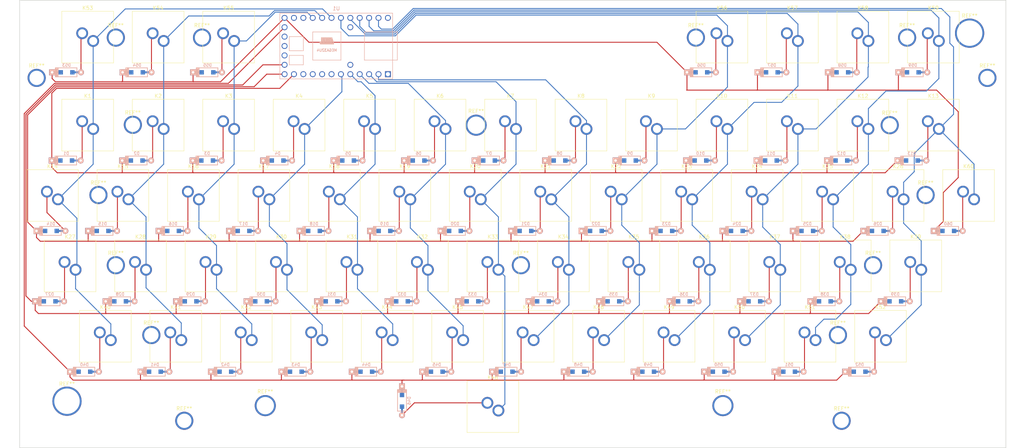
<source format=kicad_pcb>
(kicad_pcb (version 20171130) (host pcbnew 5.1.9-1.fc33)
  (layers (0 F.Cu signal) (31 B.Cu signal) (34 B.Paste user) (35 F.Paste user) (36 B.SilkS user) (37 F.SilkS user) (38 B.Mask user) (39 F.Mask user) (44 Edge.Cuts user))
  (net 0 "")
  (net 1 "Net-(D1-Pad2)")
  (net 2 /row0)
  (net 3 "Net-(D2-Pad2)")
  (net 4 "Net-(D3-Pad2)")
  (net 5 "Net-(D4-Pad2)")
  (net 6 "Net-(D5-Pad2)")
  (net 7 "Net-(D6-Pad2)")
  (net 8 "Net-(D7-Pad2)")
  (net 9 "Net-(D8-Pad2)")
  (net 10 "Net-(D9-Pad2)")
  (net 11 "Net-(D10-Pad2)")
  (net 12 "Net-(D11-Pad2)")
  (net 13 "Net-(D12-Pad2)")
  (net 14 "Net-(D13-Pad2)")
  (net 15 "Net-(D14-Pad2)")
  (net 16 "Net-(D15-Pad2)")
  (net 17 /row1)
  (net 18 "Net-(D16-Pad2)")
  (net 19 "Net-(D17-Pad2)")
  (net 20 "Net-(D18-Pad2)")
  (net 21 "Net-(D19-Pad2)")
  (net 22 "Net-(D20-Pad2)")
  (net 23 "Net-(D21-Pad2)")
  (net 24 "Net-(D22-Pad2)")
  (net 25 "Net-(D23-Pad2)")
  (net 26 "Net-(D24-Pad2)")
  (net 27 "Net-(D25-Pad2)")
  (net 28 "Net-(D26-Pad2)")
  (net 29 "Net-(D27-Pad2)")
  (net 30 "Net-(D28-Pad2)")
  (net 31 "Net-(D29-Pad2)")
  (net 32 "Net-(D30-Pad2)")
  (net 33 /row2)
  (net 34 "Net-(D31-Pad2)")
  (net 35 "Net-(D32-Pad2)")
  (net 36 "Net-(D33-Pad2)")
  (net 37 "Net-(D34-Pad2)")
  (net 38 "Net-(D35-Pad2)")
  (net 39 "Net-(D36-Pad2)")
  (net 40 "Net-(D37-Pad2)")
  (net 41 "Net-(D38-Pad2)")
  (net 42 "Net-(D39-Pad2)")
  (net 43 "Net-(D40-Pad2)")
  (net 44 "Net-(D41-Pad2)")
  (net 45 "Net-(D42-Pad2)")
  (net 46 "Net-(D43-Pad2)")
  (net 47 "Net-(D44-Pad2)")
  (net 48 "Net-(D45-Pad2)")
  (net 49 /row3)
  (net 50 "Net-(D46-Pad2)")
  (net 51 "Net-(D47-Pad2)")
  (net 52 "Net-(D48-Pad2)")
  (net 53 "Net-(D49-Pad2)")
  (net 54 "Net-(D50-Pad2)")
  (net 55 "Net-(D51-Pad2)")
  (net 56 "Net-(D52-Pad2)")
  (net 57 "Net-(D53-Pad2)")
  (net 58 "Net-(D54-Pad2)")
  (net 59 "Net-(D55-Pad2)")
  (net 60 "Net-(D56-Pad2)")
  (net 61 "Net-(D57-Pad2)")
  (net 62 "Net-(D58-Pad2)")
  (net 63 "Net-(D59-Pad2)")
  (net 64 "Net-(D60-Pad2)")
  (net 65 /row4)
  (net 66 /col0)
  (net 67 /col1)
  (net 68 /col2)
  (net 69 /col3)
  (net 70 /col4)
  (net 71 /col5)
  (net 72 /col6)
  (net 73 /col7)
  (net 74 /col8)
  (net 75 /col9)
  (net 76 /col10)
  (net 77 /col11)
  (net 78 /col12)
  (net 79 "Net-(U1-Pad30)")
  (net 80 "Net-(U1-Pad29)")
  (net 81 /col14)
  (net 82 "Net-(U1-Pad16)")
  (net 83 "Net-(U1-Pad14)")
  (net 84 "Net-(U1-Pad1)")
  (net 85 "Net-(U1-Pad15)")
  (net 86 "Net-(U1-Pad20)")
  (net 87 "Net-(U1-Pad19)")
  (net 88 "Net-(U1-Pad10)")
  (net 89 "Net-(U1-Pad9)")
  (net 90 "Net-(U1-Pad8)")
  (net 91 "Net-(U1-Pad7)")
  (module kb:ThatHoleOverThere_3.7mm (layer F.Cu) (at 329.8505 165.6185)
    (fp_text reference REF** (at 0 -3.302) (layer F.SilkS))
    (fp_text value ThatHoleOverThere_3.7mm)
    (pad 1 thru_hole circle (at 0 0) (size 4.9 4.9) (drill 3.9) (layers *.Cu *.Mask))
  )
  (module kb:ThatHoleOverThere_3.7mm (layer F.Cu) (at 152.1505 165.6185)
    (fp_text reference REF** (at 0 -3.302) (layer F.SilkS))
    (fp_text value ThatHoleOverThere_3.7mm)
    (pad 1 thru_hole circle (at 0 0) (size 4.9 4.9) (drill 3.9) (layers *.Cu *.Mask))
  )
  (module kb:ThatHoleOverThere_3.7mm (layer F.Cu) (at 328.8505 142.4185)
    (fp_text reference REF** (at 0 -3.302) (layer F.SilkS))
    (fp_text value ThatHoleOverThere_3.7mm)
    (pad 1 thru_hole circle (at 0 0) (size 4.9 4.9) (drill 3.9) (layers *.Cu *.Mask))
  )
  (module kb:ThatHoleOverThere_3.7mm (layer F.Cu) (at 338.3505 123.5185)
    (fp_text reference REF** (at 0 -3.302) (layer F.SilkS))
    (fp_text value ThatHoleOverThere_3.7mm)
    (pad 1 thru_hole circle (at 0 0) (size 4.9 4.9) (drill 3.9) (layers *.Cu *.Mask))
  )
  (module kb:ThatHoleOverThere_3.7mm (layer F.Cu) (at 133.6505 123.5185)
    (fp_text reference REF** (at 0 -3.302) (layer F.SilkS))
    (fp_text value ThatHoleOverThere_3.7mm)
    (pad 1 thru_hole circle (at 0 0) (size 4.9 4.9) (drill 3.9) (layers *.Cu *.Mask))
  )
  (module kb:ThatHoleOverThere_3.7mm (layer F.Cu) (at 128.9505 104.5185)
    (fp_text reference REF** (at 0 -3.302) (layer F.SilkS))
    (fp_text value ThatHoleOverThere_3.7mm)
    (pad 1 thru_hole circle (at 0 0) (size 4.9 4.9) (drill 3.9) (layers *.Cu *.Mask))
  )
  (module kb:ThatHoleOverThere_3.7mm (layer F.Cu) (at 143.2505 142.4185)
    (fp_text reference REF** (at 0 -3.302) (layer F.SilkS))
    (fp_text value ThatHoleOverThere_3.7mm)
    (pad 1 thru_hole circle (at 0 0) (size 4.9 4.9) (drill 3.9) (layers *.Cu *.Mask))
  )
  (module kb:ThatHoleOverThere_3.7mm (layer F.Cu) (at 243.1505 123.5185)
    (fp_text reference REF** (at 0 -3.302) (layer F.SilkS))
    (fp_text value ThatHoleOverThere_3.7mm)
    (pad 1 thru_hole circle (at 0 0) (size 4.9 4.9) (drill 3.9) (layers *.Cu *.Mask))
  )
  (module kb:ThatHoleOverThere_3.7mm (layer F.Cu) (at 352.5505 104.5185)
    (fp_text reference REF** (at 0 -3.302) (layer F.SilkS))
    (fp_text value ThatHoleOverThere_3.7mm)
    (pad 1 thru_hole circle (at 0 0) (size 4.9 4.9) (drill 3.9) (layers *.Cu *.Mask))
  )
  (module kb:ThatHoleOverThere_3.7mm (layer F.Cu) (at 342.8505 85.6185)
    (fp_text reference REF** (at 0 -3.302) (layer F.SilkS))
    (fp_text value ThatHoleOverThere_3.7mm)
    (pad 1 thru_hole circle (at 0 0) (size 4.9 4.9) (drill 3.9) (layers *.Cu *.Mask))
  )
  (module kb:ThatHoleOverThere_3.7mm (layer F.Cu) (at 138.2505 85.5185)
    (fp_text reference REF** (at 0 -3.302) (layer F.SilkS))
    (fp_text value ThatHoleOverThere_3.7mm)
    (pad 1 thru_hole circle (at 0 0) (size 4.9 4.9) (drill 3.9) (layers *.Cu *.Mask))
  )
  (module kb:ThatHoleOverThere_3.7mm (layer F.Cu) (at 112.2505 72.8185)
    (fp_text reference REF** (at 0 -3.302) (layer F.SilkS))
    (fp_text value ThatHoleOverThere_3.7mm)
    (pad 1 thru_hole circle (at 0 0) (size 4.9 4.9) (drill 3.9) (layers *.Cu *.Mask))
  )
  (module kb:ThatHoleOverThere_3.7mm (layer F.Cu) (at 369.2505 72.8185)
    (fp_text reference REF** (at 0 -3.302) (layer F.SilkS))
    (fp_text value ThatHoleOverThere_3.7mm)
    (pad 1 thru_hole circle (at 0 0) (size 4.9 4.9) (drill 3.9) (layers *.Cu *.Mask))
  )
  (module kb:ThatHoleOverThere_3.7mm (layer F.Cu) (at 347.5505 61.9185)
    (fp_text reference REF** (at 0 -3.302) (layer F.SilkS))
    (fp_text value ThatHoleOverThere_3.7mm)
    (pad 1 thru_hole circle (at 0 0) (size 4.9 4.9) (drill 3.9) (layers *.Cu *.Mask))
  )
  (module kb:ThatHoleOverThere_3.7mm (layer F.Cu) (at 290.4505 61.9185)
    (fp_text reference REF** (at 0 -3.302) (layer F.SilkS))
    (fp_text value ThatHoleOverThere_3.7mm)
    (pad 1 thru_hole circle (at 0 0) (size 4.9 4.9) (drill 3.9) (layers *.Cu *.Mask))
  )
  (module kb:ThatHoleOverThere_3.7mm (layer F.Cu) (at 156.9505 61.9185)
    (fp_text reference REF** (at 0 -3.302) (layer F.SilkS))
    (fp_text value ThatHoleOverThere_3.7mm)
    (pad 1 thru_hole circle (at 0 0) (size 4.9 4.9) (drill 3.9) (layers *.Cu *.Mask))
  )
  (module kb:ThatHoleOverThere_3.7mm (layer F.Cu) (at 133.6505 61.9185)
    (fp_text reference REF** (at 0 -3.302) (layer F.SilkS))
    (fp_text value ThatHoleOverThere_3.7mm)
    (pad 1 thru_hole circle (at 0 0) (size 4.9 4.9) (drill 3.9) (layers *.Cu *.Mask))
  )
  (module kb:ThatHoleOverThere_4.5mm (layer F.Cu) (at 297.7505 161.5185)
    (fp_text reference REF** (at 0 -3.81) (layer F.SilkS))
    (fp_text value ThatHoleOverThere_4.5mm)
    (pad 1 thru_hole circle (at 0 0) (size 5.7 5.7) (drill 4.7) (layers *.Cu *.Mask))
  )
  (module kb:ThatHoleOverThere_4.5mm (layer F.Cu) (at 231.0505 85.6185)
    (fp_text reference REF** (at 0 -3.81) (layer F.SilkS))
    (fp_text value ThatHoleOverThere_4.5mm)
    (pad 1 thru_hole circle (at 0 0) (size 5.7 5.7) (drill 4.7) (layers *.Cu *.Mask))
  )
  (module kb:ThatHoleOverThere_4.5mm (layer F.Cu) (at 174.0505 161.5185)
    (fp_text reference REF** (at 0 -3.81) (layer F.SilkS))
    (fp_text value ThatHoleOverThere_4.5mm)
    (pad 1 thru_hole circle (at 0 0) (size 5.7 5.7) (drill 4.7) (layers *.Cu *.Mask))
  )
  (module kb:ThatHoleOverThere_6.7mm (layer F.Cu) (at 364.4505 60.7185)
    (fp_text reference REF** (at 0 -4.7) (layer F.SilkS))
    (fp_text value ThatHoleOverThere_6.7mm)
    (pad 1 thru_hole circle (at 0 0) (size 7.9 7.9) (drill 6.9) (layers *.Cu *.Mask))
  )
  (module kb:ThatHoleOverThere_6.7mm (layer F.Cu) (at 120.4505 160.3185)
    (fp_text reference REF** (at 0 -4.7) (layer F.SilkS))
    (fp_text value ThatHoleOverThere_6.7mm)
    (pad 1 thru_hole circle (at 0 0) (size 7.9 7.9) (drill 6.9) (layers *.Cu *.Mask))
  )
  (module kb:D_SOD123_axial (layer B.Cu) (at 120.2385 95.1865)
    (fp_text reference D1 (at 0 -1.925) (layer B.SilkS) (effects (font (size 0.8 0.8)) (justify mirror)))
    (fp_text value D hide)
    (pad 2 smd rect (at 2.7 0) (size 2.5 0.5) (layers B.Cu) (net 1 "Net-(D1-Pad2)"))
    (pad 1 smd rect (at -2.7 0) (size 2.5 0.5) (layers B.Cu) (net 2 /row0))
    (pad 2 thru_hole circle (at 3.9 0) (size 1.6 1.6) (drill 0.7) (layers *.Cu *.Mask B.SilkS) (net 1 "Net-(D1-Pad2)"))
    (pad 1 thru_hole rect (at -3.9 0) (size 1.6 1.6) (drill 0.7) (layers *.Cu *.Mask B.SilkS) (net 2 /row0))
    (pad 1 smd rect (at -1.575 0) (size 1.2 1.2) (layers B.Cu B.Paste B.Mask) (net 2 /row0))
    (pad 2 smd rect (at 1.575 0) (size 1.2 1.2) (layers B.Cu B.Paste B.Mask) (net 1 "Net-(D1-Pad2)"))
  )
  (module kb:D_SOD123_axial (layer B.Cu) (at 139.2885 95.1865)
    (fp_text reference D2 (at 0 -1.925) (layer B.SilkS) (effects (font (size 0.8 0.8)) (justify mirror)))
    (fp_text value D hide)
    (pad 2 smd rect (at 1.575 0) (size 1.2 1.2) (layers B.Cu B.Paste B.Mask) (net 3 "Net-(D2-Pad2)"))
    (pad 1 smd rect (at -1.575 0) (size 1.2 1.2) (layers B.Cu B.Paste B.Mask) (net 2 /row0))
    (pad 1 thru_hole rect (at -3.9 0) (size 1.6 1.6) (drill 0.7) (layers *.Cu *.Mask B.SilkS) (net 2 /row0))
    (pad 2 thru_hole circle (at 3.9 0) (size 1.6 1.6) (drill 0.7) (layers *.Cu *.Mask B.SilkS) (net 3 "Net-(D2-Pad2)"))
    (pad 1 smd rect (at -2.7 0) (size 2.5 0.5) (layers B.Cu) (net 2 /row0))
    (pad 2 smd rect (at 2.7 0) (size 2.5 0.5) (layers B.Cu) (net 3 "Net-(D2-Pad2)"))
  )
  (module kb:D_SOD123_axial (layer B.Cu) (at 158.3385 95.1865)
    (fp_text reference D3 (at 0 -1.925) (layer B.SilkS) (effects (font (size 0.8 0.8)) (justify mirror)))
    (fp_text value D hide)
    (pad 2 smd rect (at 2.7 0) (size 2.5 0.5) (layers B.Cu) (net 4 "Net-(D3-Pad2)"))
    (pad 1 smd rect (at -2.7 0) (size 2.5 0.5) (layers B.Cu) (net 2 /row0))
    (pad 2 thru_hole circle (at 3.9 0) (size 1.6 1.6) (drill 0.7) (layers *.Cu *.Mask B.SilkS) (net 4 "Net-(D3-Pad2)"))
    (pad 1 thru_hole rect (at -3.9 0) (size 1.6 1.6) (drill 0.7) (layers *.Cu *.Mask B.SilkS) (net 2 /row0))
    (pad 1 smd rect (at -1.575 0) (size 1.2 1.2) (layers B.Cu B.Paste B.Mask) (net 2 /row0))
    (pad 2 smd rect (at 1.575 0) (size 1.2 1.2) (layers B.Cu B.Paste B.Mask) (net 4 "Net-(D3-Pad2)"))
  )
  (module kb:D_SOD123_axial (layer B.Cu) (at 177.3885 95.1865)
    (fp_text reference D4 (at 0 -1.925) (layer B.SilkS) (effects (font (size 0.8 0.8)) (justify mirror)))
    (fp_text value D hide)
    (pad 2 smd rect (at 1.575 0) (size 1.2 1.2) (layers B.Cu B.Paste B.Mask) (net 5 "Net-(D4-Pad2)"))
    (pad 1 smd rect (at -1.575 0) (size 1.2 1.2) (layers B.Cu B.Paste B.Mask) (net 2 /row0))
    (pad 1 thru_hole rect (at -3.9 0) (size 1.6 1.6) (drill 0.7) (layers *.Cu *.Mask B.SilkS) (net 2 /row0))
    (pad 2 thru_hole circle (at 3.9 0) (size 1.6 1.6) (drill 0.7) (layers *.Cu *.Mask B.SilkS) (net 5 "Net-(D4-Pad2)"))
    (pad 1 smd rect (at -2.7 0) (size 2.5 0.5) (layers B.Cu) (net 2 /row0))
    (pad 2 smd rect (at 2.7 0) (size 2.5 0.5) (layers B.Cu) (net 5 "Net-(D4-Pad2)"))
  )
  (module kb:D_SOD123_axial (layer B.Cu) (at 196.4385 95.1865)
    (fp_text reference D5 (at 0 -1.925) (layer B.SilkS) (effects (font (size 0.8 0.8)) (justify mirror)))
    (fp_text value D hide)
    (pad 2 smd rect (at 2.7 0) (size 2.5 0.5) (layers B.Cu) (net 6 "Net-(D5-Pad2)"))
    (pad 1 smd rect (at -2.7 0) (size 2.5 0.5) (layers B.Cu) (net 2 /row0))
    (pad 2 thru_hole circle (at 3.9 0) (size 1.6 1.6) (drill 0.7) (layers *.Cu *.Mask B.SilkS) (net 6 "Net-(D5-Pad2)"))
    (pad 1 thru_hole rect (at -3.9 0) (size 1.6 1.6) (drill 0.7) (layers *.Cu *.Mask B.SilkS) (net 2 /row0))
    (pad 1 smd rect (at -1.575 0) (size 1.2 1.2) (layers B.Cu B.Paste B.Mask) (net 2 /row0))
    (pad 2 smd rect (at 1.575 0) (size 1.2 1.2) (layers B.Cu B.Paste B.Mask) (net 6 "Net-(D5-Pad2)"))
  )
  (module kb:D_SOD123_axial (layer B.Cu) (at 215.4885 95.1865)
    (fp_text reference D6 (at 0 -1.925) (layer B.SilkS) (effects (font (size 0.8 0.8)) (justify mirror)))
    (fp_text value D hide)
    (pad 2 smd rect (at 1.575 0) (size 1.2 1.2) (layers B.Cu B.Paste B.Mask) (net 7 "Net-(D6-Pad2)"))
    (pad 1 smd rect (at -1.575 0) (size 1.2 1.2) (layers B.Cu B.Paste B.Mask) (net 2 /row0))
    (pad 1 thru_hole rect (at -3.9 0) (size 1.6 1.6) (drill 0.7) (layers *.Cu *.Mask B.SilkS) (net 2 /row0))
    (pad 2 thru_hole circle (at 3.9 0) (size 1.6 1.6) (drill 0.7) (layers *.Cu *.Mask B.SilkS) (net 7 "Net-(D6-Pad2)"))
    (pad 1 smd rect (at -2.7 0) (size 2.5 0.5) (layers B.Cu) (net 2 /row0))
    (pad 2 smd rect (at 2.7 0) (size 2.5 0.5) (layers B.Cu) (net 7 "Net-(D6-Pad2)"))
  )
  (module kb:D_SOD123_axial (layer B.Cu) (at 234.5385 95.1865)
    (fp_text reference D7 (at 0 -1.925) (layer B.SilkS) (effects (font (size 0.8 0.8)) (justify mirror)))
    (fp_text value D hide)
    (pad 2 smd rect (at 2.7 0) (size 2.5 0.5) (layers B.Cu) (net 8 "Net-(D7-Pad2)"))
    (pad 1 smd rect (at -2.7 0) (size 2.5 0.5) (layers B.Cu) (net 2 /row0))
    (pad 2 thru_hole circle (at 3.9 0) (size 1.6 1.6) (drill 0.7) (layers *.Cu *.Mask B.SilkS) (net 8 "Net-(D7-Pad2)"))
    (pad 1 thru_hole rect (at -3.9 0) (size 1.6 1.6) (drill 0.7) (layers *.Cu *.Mask B.SilkS) (net 2 /row0))
    (pad 1 smd rect (at -1.575 0) (size 1.2 1.2) (layers B.Cu B.Paste B.Mask) (net 2 /row0))
    (pad 2 smd rect (at 1.575 0) (size 1.2 1.2) (layers B.Cu B.Paste B.Mask) (net 8 "Net-(D7-Pad2)"))
  )
  (module kb:D_SOD123_axial (layer B.Cu) (at 253.5885 95.1865)
    (fp_text reference D8 (at 0 -1.925) (layer B.SilkS) (effects (font (size 0.8 0.8)) (justify mirror)))
    (fp_text value D hide)
    (pad 2 smd rect (at 1.575 0) (size 1.2 1.2) (layers B.Cu B.Paste B.Mask) (net 9 "Net-(D8-Pad2)"))
    (pad 1 smd rect (at -1.575 0) (size 1.2 1.2) (layers B.Cu B.Paste B.Mask) (net 2 /row0))
    (pad 1 thru_hole rect (at -3.9 0) (size 1.6 1.6) (drill 0.7) (layers *.Cu *.Mask B.SilkS) (net 2 /row0))
    (pad 2 thru_hole circle (at 3.9 0) (size 1.6 1.6) (drill 0.7) (layers *.Cu *.Mask B.SilkS) (net 9 "Net-(D8-Pad2)"))
    (pad 1 smd rect (at -2.7 0) (size 2.5 0.5) (layers B.Cu) (net 2 /row0))
    (pad 2 smd rect (at 2.7 0) (size 2.5 0.5) (layers B.Cu) (net 9 "Net-(D8-Pad2)"))
  )
  (module kb:D_SOD123_axial (layer B.Cu) (at 272.6385 95.1865)
    (fp_text reference D9 (at 0 -1.925) (layer B.SilkS) (effects (font (size 0.8 0.8)) (justify mirror)))
    (fp_text value D hide)
    (pad 2 smd rect (at 2.7 0) (size 2.5 0.5) (layers B.Cu) (net 10 "Net-(D9-Pad2)"))
    (pad 1 smd rect (at -2.7 0) (size 2.5 0.5) (layers B.Cu) (net 2 /row0))
    (pad 2 thru_hole circle (at 3.9 0) (size 1.6 1.6) (drill 0.7) (layers *.Cu *.Mask B.SilkS) (net 10 "Net-(D9-Pad2)"))
    (pad 1 thru_hole rect (at -3.9 0) (size 1.6 1.6) (drill 0.7) (layers *.Cu *.Mask B.SilkS) (net 2 /row0))
    (pad 1 smd rect (at -1.575 0) (size 1.2 1.2) (layers B.Cu B.Paste B.Mask) (net 2 /row0))
    (pad 2 smd rect (at 1.575 0) (size 1.2 1.2) (layers B.Cu B.Paste B.Mask) (net 10 "Net-(D9-Pad2)"))
  )
  (module kb:D_SOD123_axial (layer B.Cu) (at 291.6885 95.1865)
    (fp_text reference D10 (at 0 -1.925) (layer B.SilkS) (effects (font (size 0.8 0.8)) (justify mirror)))
    (fp_text value D hide)
    (pad 2 smd rect (at 1.575 0) (size 1.2 1.2) (layers B.Cu B.Paste B.Mask) (net 11 "Net-(D10-Pad2)"))
    (pad 1 smd rect (at -1.575 0) (size 1.2 1.2) (layers B.Cu B.Paste B.Mask) (net 2 /row0))
    (pad 1 thru_hole rect (at -3.9 0) (size 1.6 1.6) (drill 0.7) (layers *.Cu *.Mask B.SilkS) (net 2 /row0))
    (pad 2 thru_hole circle (at 3.9 0) (size 1.6 1.6) (drill 0.7) (layers *.Cu *.Mask B.SilkS) (net 11 "Net-(D10-Pad2)"))
    (pad 1 smd rect (at -2.7 0) (size 2.5 0.5) (layers B.Cu) (net 2 /row0))
    (pad 2 smd rect (at 2.7 0) (size 2.5 0.5) (layers B.Cu) (net 11 "Net-(D10-Pad2)"))
  )
  (module kb:D_SOD123_axial (layer B.Cu) (at 310.7385 95.1865)
    (fp_text reference D11 (at 0 -1.925) (layer B.SilkS) (effects (font (size 0.8 0.8)) (justify mirror)))
    (fp_text value D hide)
    (pad 2 smd rect (at 2.7 0) (size 2.5 0.5) (layers B.Cu) (net 12 "Net-(D11-Pad2)"))
    (pad 1 smd rect (at -2.7 0) (size 2.5 0.5) (layers B.Cu) (net 2 /row0))
    (pad 2 thru_hole circle (at 3.9 0) (size 1.6 1.6) (drill 0.7) (layers *.Cu *.Mask B.SilkS) (net 12 "Net-(D11-Pad2)"))
    (pad 1 thru_hole rect (at -3.9 0) (size 1.6 1.6) (drill 0.7) (layers *.Cu *.Mask B.SilkS) (net 2 /row0))
    (pad 1 smd rect (at -1.575 0) (size 1.2 1.2) (layers B.Cu B.Paste B.Mask) (net 2 /row0))
    (pad 2 smd rect (at 1.575 0) (size 1.2 1.2) (layers B.Cu B.Paste B.Mask) (net 12 "Net-(D11-Pad2)"))
  )
  (module kb:D_SOD123_axial (layer B.Cu) (at 329.7885 95.1865)
    (fp_text reference D12 (at 0 -1.925) (layer B.SilkS) (effects (font (size 0.8 0.8)) (justify mirror)))
    (fp_text value D hide)
    (pad 2 smd rect (at 1.575 0) (size 1.2 1.2) (layers B.Cu B.Paste B.Mask) (net 13 "Net-(D12-Pad2)"))
    (pad 1 smd rect (at -1.575 0) (size 1.2 1.2) (layers B.Cu B.Paste B.Mask) (net 2 /row0))
    (pad 1 thru_hole rect (at -3.9 0) (size 1.6 1.6) (drill 0.7) (layers *.Cu *.Mask B.SilkS) (net 2 /row0))
    (pad 2 thru_hole circle (at 3.9 0) (size 1.6 1.6) (drill 0.7) (layers *.Cu *.Mask B.SilkS) (net 13 "Net-(D12-Pad2)"))
    (pad 1 smd rect (at -2.7 0) (size 2.5 0.5) (layers B.Cu) (net 2 /row0))
    (pad 2 smd rect (at 2.7 0) (size 2.5 0.5) (layers B.Cu) (net 13 "Net-(D12-Pad2)"))
  )
  (module kb:D_SOD123_axial (layer B.Cu) (at 348.8385 95.1865)
    (fp_text reference D13 (at 0 -1.925) (layer B.SilkS) (effects (font (size 0.8 0.8)) (justify mirror)))
    (fp_text value D hide)
    (pad 2 smd rect (at 2.7 0) (size 2.5 0.5) (layers B.Cu) (net 14 "Net-(D13-Pad2)"))
    (pad 1 smd rect (at -2.7 0) (size 2.5 0.5) (layers B.Cu) (net 2 /row0))
    (pad 2 thru_hole circle (at 3.9 0) (size 1.6 1.6) (drill 0.7) (layers *.Cu *.Mask B.SilkS) (net 14 "Net-(D13-Pad2)"))
    (pad 1 thru_hole rect (at -3.9 0) (size 1.6 1.6) (drill 0.7) (layers *.Cu *.Mask B.SilkS) (net 2 /row0))
    (pad 1 smd rect (at -1.575 0) (size 1.2 1.2) (layers B.Cu B.Paste B.Mask) (net 2 /row0))
    (pad 2 smd rect (at 1.575 0) (size 1.2 1.2) (layers B.Cu B.Paste B.Mask) (net 14 "Net-(D13-Pad2)"))
  )
  (module kb:D_SOD123_axial (layer B.Cu) (at 116.1045 114.2365)
    (fp_text reference D14 (at 0 -1.925) (layer B.SilkS) (effects (font (size 0.8 0.8)) (justify mirror)))
    (fp_text value D hide)
    (pad 2 smd rect (at 1.575 0) (size 1.2 1.2) (layers B.Cu B.Paste B.Mask) (net 15 "Net-(D14-Pad2)"))
    (pad 1 smd rect (at -1.575 0) (size 1.2 1.2) (layers B.Cu B.Paste B.Mask) (net 17 /row1))
    (pad 1 thru_hole rect (at -3.9 0) (size 1.6 1.6) (drill 0.7) (layers *.Cu *.Mask B.SilkS) (net 17 /row1))
    (pad 2 thru_hole circle (at 3.9 0) (size 1.6 1.6) (drill 0.7) (layers *.Cu *.Mask B.SilkS) (net 15 "Net-(D14-Pad2)"))
    (pad 1 smd rect (at -2.7 0) (size 2.5 0.5) (layers B.Cu) (net 17 /row1))
    (pad 2 smd rect (at 2.7 0) (size 2.5 0.5) (layers B.Cu) (net 15 "Net-(D14-Pad2)"))
  )
  (module kb:D_SOD123_axial (layer B.Cu) (at 130.0745 114.2365)
    (fp_text reference D15 (at 0 -1.925) (layer B.SilkS) (effects (font (size 0.8 0.8)) (justify mirror)))
    (fp_text value D hide)
    (pad 2 smd rect (at 1.575 0) (size 1.2 1.2) (layers B.Cu B.Paste B.Mask) (net 16 "Net-(D15-Pad2)"))
    (pad 1 smd rect (at -1.575 0) (size 1.2 1.2) (layers B.Cu B.Paste B.Mask) (net 17 /row1))
    (pad 1 thru_hole rect (at -3.9 0) (size 1.6 1.6) (drill 0.7) (layers *.Cu *.Mask B.SilkS) (net 17 /row1))
    (pad 2 thru_hole circle (at 3.9 0) (size 1.6 1.6) (drill 0.7) (layers *.Cu *.Mask B.SilkS) (net 16 "Net-(D15-Pad2)"))
    (pad 1 smd rect (at -2.7 0) (size 2.5 0.5) (layers B.Cu) (net 17 /row1))
    (pad 2 smd rect (at 2.7 0) (size 2.5 0.5) (layers B.Cu) (net 16 "Net-(D15-Pad2)"))
  )
  (module kb:D_SOD123_axial (layer B.Cu) (at 149.1245 114.2365)
    (fp_text reference D16 (at 0 -1.925) (layer B.SilkS) (effects (font (size 0.8 0.8)) (justify mirror)))
    (fp_text value D hide)
    (pad 2 smd rect (at 2.7 0) (size 2.5 0.5) (layers B.Cu) (net 18 "Net-(D16-Pad2)"))
    (pad 1 smd rect (at -2.7 0) (size 2.5 0.5) (layers B.Cu) (net 17 /row1))
    (pad 2 thru_hole circle (at 3.9 0) (size 1.6 1.6) (drill 0.7) (layers *.Cu *.Mask B.SilkS) (net 18 "Net-(D16-Pad2)"))
    (pad 1 thru_hole rect (at -3.9 0) (size 1.6 1.6) (drill 0.7) (layers *.Cu *.Mask B.SilkS) (net 17 /row1))
    (pad 1 smd rect (at -1.575 0) (size 1.2 1.2) (layers B.Cu B.Paste B.Mask) (net 17 /row1))
    (pad 2 smd rect (at 1.575 0) (size 1.2 1.2) (layers B.Cu B.Paste B.Mask) (net 18 "Net-(D16-Pad2)"))
  )
  (module kb:D_SOD123_axial (layer B.Cu) (at 168.1745 114.2365)
    (fp_text reference D17 (at 0 -1.925) (layer B.SilkS) (effects (font (size 0.8 0.8)) (justify mirror)))
    (fp_text value D hide)
    (pad 2 smd rect (at 1.575 0) (size 1.2 1.2) (layers B.Cu B.Paste B.Mask) (net 19 "Net-(D17-Pad2)"))
    (pad 1 smd rect (at -1.575 0) (size 1.2 1.2) (layers B.Cu B.Paste B.Mask) (net 17 /row1))
    (pad 1 thru_hole rect (at -3.9 0) (size 1.6 1.6) (drill 0.7) (layers *.Cu *.Mask B.SilkS) (net 17 /row1))
    (pad 2 thru_hole circle (at 3.9 0) (size 1.6 1.6) (drill 0.7) (layers *.Cu *.Mask B.SilkS) (net 19 "Net-(D17-Pad2)"))
    (pad 1 smd rect (at -2.7 0) (size 2.5 0.5) (layers B.Cu) (net 17 /row1))
    (pad 2 smd rect (at 2.7 0) (size 2.5 0.5) (layers B.Cu) (net 19 "Net-(D17-Pad2)"))
  )
  (module kb:D_SOD123_axial (layer B.Cu) (at 187.2245 114.2365)
    (fp_text reference D18 (at 0 -1.925) (layer B.SilkS) (effects (font (size 0.8 0.8)) (justify mirror)))
    (fp_text value D hide)
    (pad 2 smd rect (at 2.7 0) (size 2.5 0.5) (layers B.Cu) (net 20 "Net-(D18-Pad2)"))
    (pad 1 smd rect (at -2.7 0) (size 2.5 0.5) (layers B.Cu) (net 17 /row1))
    (pad 2 thru_hole circle (at 3.9 0) (size 1.6 1.6) (drill 0.7) (layers *.Cu *.Mask B.SilkS) (net 20 "Net-(D18-Pad2)"))
    (pad 1 thru_hole rect (at -3.9 0) (size 1.6 1.6) (drill 0.7) (layers *.Cu *.Mask B.SilkS) (net 17 /row1))
    (pad 1 smd rect (at -1.575 0) (size 1.2 1.2) (layers B.Cu B.Paste B.Mask) (net 17 /row1))
    (pad 2 smd rect (at 1.575 0) (size 1.2 1.2) (layers B.Cu B.Paste B.Mask) (net 20 "Net-(D18-Pad2)"))
  )
  (module kb:D_SOD123_axial (layer B.Cu) (at 206.2745 114.2365)
    (fp_text reference D19 (at 0 -1.925) (layer B.SilkS) (effects (font (size 0.8 0.8)) (justify mirror)))
    (fp_text value D hide)
    (pad 2 smd rect (at 1.575 0) (size 1.2 1.2) (layers B.Cu B.Paste B.Mask) (net 21 "Net-(D19-Pad2)"))
    (pad 1 smd rect (at -1.575 0) (size 1.2 1.2) (layers B.Cu B.Paste B.Mask) (net 17 /row1))
    (pad 1 thru_hole rect (at -3.9 0) (size 1.6 1.6) (drill 0.7) (layers *.Cu *.Mask B.SilkS) (net 17 /row1))
    (pad 2 thru_hole circle (at 3.9 0) (size 1.6 1.6) (drill 0.7) (layers *.Cu *.Mask B.SilkS) (net 21 "Net-(D19-Pad2)"))
    (pad 1 smd rect (at -2.7 0) (size 2.5 0.5) (layers B.Cu) (net 17 /row1))
    (pad 2 smd rect (at 2.7 0) (size 2.5 0.5) (layers B.Cu) (net 21 "Net-(D19-Pad2)"))
  )
  (module kb:D_SOD123_axial (layer B.Cu) (at 225.3245 114.2365)
    (fp_text reference D20 (at 0 -1.925) (layer B.SilkS) (effects (font (size 0.8 0.8)) (justify mirror)))
    (fp_text value D hide)
    (pad 2 smd rect (at 2.7 0) (size 2.5 0.5) (layers B.Cu) (net 22 "Net-(D20-Pad2)"))
    (pad 1 smd rect (at -2.7 0) (size 2.5 0.5) (layers B.Cu) (net 17 /row1))
    (pad 2 thru_hole circle (at 3.9 0) (size 1.6 1.6) (drill 0.7) (layers *.Cu *.Mask B.SilkS) (net 22 "Net-(D20-Pad2)"))
    (pad 1 thru_hole rect (at -3.9 0) (size 1.6 1.6) (drill 0.7) (layers *.Cu *.Mask B.SilkS) (net 17 /row1))
    (pad 1 smd rect (at -1.575 0) (size 1.2 1.2) (layers B.Cu B.Paste B.Mask) (net 17 /row1))
    (pad 2 smd rect (at 1.575 0) (size 1.2 1.2) (layers B.Cu B.Paste B.Mask) (net 22 "Net-(D20-Pad2)"))
  )
  (module kb:D_SOD123_axial (layer B.Cu) (at 244.3745 114.2365)
    (fp_text reference D21 (at 0 -1.925) (layer B.SilkS) (effects (font (size 0.8 0.8)) (justify mirror)))
    (fp_text value D hide)
    (pad 2 smd rect (at 1.575 0) (size 1.2 1.2) (layers B.Cu B.Paste B.Mask) (net 23 "Net-(D21-Pad2)"))
    (pad 1 smd rect (at -1.575 0) (size 1.2 1.2) (layers B.Cu B.Paste B.Mask) (net 17 /row1))
    (pad 1 thru_hole rect (at -3.9 0) (size 1.6 1.6) (drill 0.7) (layers *.Cu *.Mask B.SilkS) (net 17 /row1))
    (pad 2 thru_hole circle (at 3.9 0) (size 1.6 1.6) (drill 0.7) (layers *.Cu *.Mask B.SilkS) (net 23 "Net-(D21-Pad2)"))
    (pad 1 smd rect (at -2.7 0) (size 2.5 0.5) (layers B.Cu) (net 17 /row1))
    (pad 2 smd rect (at 2.7 0) (size 2.5 0.5) (layers B.Cu) (net 23 "Net-(D21-Pad2)"))
  )
  (module kb:D_SOD123_axial (layer B.Cu) (at 263.4245 114.2365)
    (fp_text reference D22 (at 0 -1.925) (layer B.SilkS) (effects (font (size 0.8 0.8)) (justify mirror)))
    (fp_text value D hide)
    (pad 2 smd rect (at 2.7 0) (size 2.5 0.5) (layers B.Cu) (net 24 "Net-(D22-Pad2)"))
    (pad 1 smd rect (at -2.7 0) (size 2.5 0.5) (layers B.Cu) (net 17 /row1))
    (pad 2 thru_hole circle (at 3.9 0) (size 1.6 1.6) (drill 0.7) (layers *.Cu *.Mask B.SilkS) (net 24 "Net-(D22-Pad2)"))
    (pad 1 thru_hole rect (at -3.9 0) (size 1.6 1.6) (drill 0.7) (layers *.Cu *.Mask B.SilkS) (net 17 /row1))
    (pad 1 smd rect (at -1.575 0) (size 1.2 1.2) (layers B.Cu B.Paste B.Mask) (net 17 /row1))
    (pad 2 smd rect (at 1.575 0) (size 1.2 1.2) (layers B.Cu B.Paste B.Mask) (net 24 "Net-(D22-Pad2)"))
  )
  (module kb:D_SOD123_axial (layer B.Cu) (at 282.4745 114.2365)
    (fp_text reference D23 (at 0 -1.925) (layer B.SilkS) (effects (font (size 0.8 0.8)) (justify mirror)))
    (fp_text value D hide)
    (pad 2 smd rect (at 1.575 0) (size 1.2 1.2) (layers B.Cu B.Paste B.Mask) (net 25 "Net-(D23-Pad2)"))
    (pad 1 smd rect (at -1.575 0) (size 1.2 1.2) (layers B.Cu B.Paste B.Mask) (net 17 /row1))
    (pad 1 thru_hole rect (at -3.9 0) (size 1.6 1.6) (drill 0.7) (layers *.Cu *.Mask B.SilkS) (net 17 /row1))
    (pad 2 thru_hole circle (at 3.9 0) (size 1.6 1.6) (drill 0.7) (layers *.Cu *.Mask B.SilkS) (net 25 "Net-(D23-Pad2)"))
    (pad 1 smd rect (at -2.7 0) (size 2.5 0.5) (layers B.Cu) (net 17 /row1))
    (pad 2 smd rect (at 2.7 0) (size 2.5 0.5) (layers B.Cu) (net 25 "Net-(D23-Pad2)"))
  )
  (module kb:D_SOD123_axial (layer B.Cu) (at 301.5245 114.2365)
    (fp_text reference D24 (at 0 -1.925) (layer B.SilkS) (effects (font (size 0.8 0.8)) (justify mirror)))
    (fp_text value D hide)
    (pad 2 smd rect (at 2.7 0) (size 2.5 0.5) (layers B.Cu) (net 26 "Net-(D24-Pad2)"))
    (pad 1 smd rect (at -2.7 0) (size 2.5 0.5) (layers B.Cu) (net 17 /row1))
    (pad 2 thru_hole circle (at 3.9 0) (size 1.6 1.6) (drill 0.7) (layers *.Cu *.Mask B.SilkS) (net 26 "Net-(D24-Pad2)"))
    (pad 1 thru_hole rect (at -3.9 0) (size 1.6 1.6) (drill 0.7) (layers *.Cu *.Mask B.SilkS) (net 17 /row1))
    (pad 1 smd rect (at -1.575 0) (size 1.2 1.2) (layers B.Cu B.Paste B.Mask) (net 17 /row1))
    (pad 2 smd rect (at 1.575 0) (size 1.2 1.2) (layers B.Cu B.Paste B.Mask) (net 26 "Net-(D24-Pad2)"))
  )
  (module kb:D_SOD123_axial (layer B.Cu) (at 320.5745 114.2365)
    (fp_text reference D25 (at 0 -1.925) (layer B.SilkS) (effects (font (size 0.8 0.8)) (justify mirror)))
    (fp_text value D hide)
    (pad 2 smd rect (at 1.575 0) (size 1.2 1.2) (layers B.Cu B.Paste B.Mask) (net 27 "Net-(D25-Pad2)"))
    (pad 1 smd rect (at -1.575 0) (size 1.2 1.2) (layers B.Cu B.Paste B.Mask) (net 17 /row1))
    (pad 1 thru_hole rect (at -3.9 0) (size 1.6 1.6) (drill 0.7) (layers *.Cu *.Mask B.SilkS) (net 17 /row1))
    (pad 2 thru_hole circle (at 3.9 0) (size 1.6 1.6) (drill 0.7) (layers *.Cu *.Mask B.SilkS) (net 27 "Net-(D25-Pad2)"))
    (pad 1 smd rect (at -2.7 0) (size 2.5 0.5) (layers B.Cu) (net 17 /row1))
    (pad 2 smd rect (at 2.7 0) (size 2.5 0.5) (layers B.Cu) (net 27 "Net-(D25-Pad2)"))
  )
  (module kb:D_SOD123_axial (layer B.Cu) (at 339.6245 114.2365)
    (fp_text reference D26 (at 0 -1.925) (layer B.SilkS) (effects (font (size 0.8 0.8)) (justify mirror)))
    (fp_text value D hide)
    (pad 2 smd rect (at 2.7 0) (size 2.5 0.5) (layers B.Cu) (net 28 "Net-(D26-Pad2)"))
    (pad 1 smd rect (at -2.7 0) (size 2.5 0.5) (layers B.Cu) (net 17 /row1))
    (pad 2 thru_hole circle (at 3.9 0) (size 1.6 1.6) (drill 0.7) (layers *.Cu *.Mask B.SilkS) (net 28 "Net-(D26-Pad2)"))
    (pad 1 thru_hole rect (at -3.9 0) (size 1.6 1.6) (drill 0.7) (layers *.Cu *.Mask B.SilkS) (net 17 /row1))
    (pad 1 smd rect (at -1.575 0) (size 1.2 1.2) (layers B.Cu B.Paste B.Mask) (net 17 /row1))
    (pad 2 smd rect (at 1.575 0) (size 1.2 1.2) (layers B.Cu B.Paste B.Mask) (net 28 "Net-(D26-Pad2)"))
  )
  (module kb:D_SOD123_axial (layer B.Cu) (at 115.7605 133.2865)
    (fp_text reference D27 (at 0 -1.925) (layer B.SilkS) (effects (font (size 0.8 0.8)) (justify mirror)))
    (fp_text value D hide)
    (pad 2 smd rect (at 1.575 0) (size 1.2 1.2) (layers B.Cu B.Paste B.Mask) (net 29 "Net-(D27-Pad2)"))
    (pad 1 smd rect (at -1.575 0) (size 1.2 1.2) (layers B.Cu B.Paste B.Mask) (net 33 /row2))
    (pad 1 thru_hole rect (at -3.9 0) (size 1.6 1.6) (drill 0.7) (layers *.Cu *.Mask B.SilkS) (net 33 /row2))
    (pad 2 thru_hole circle (at 3.9 0) (size 1.6 1.6) (drill 0.7) (layers *.Cu *.Mask B.SilkS) (net 29 "Net-(D27-Pad2)"))
    (pad 1 smd rect (at -2.7 0) (size 2.5 0.5) (layers B.Cu) (net 33 /row2))
    (pad 2 smd rect (at 2.7 0) (size 2.5 0.5) (layers B.Cu) (net 29 "Net-(D27-Pad2)"))
  )
  (module kb:D_SOD123_axial (layer B.Cu) (at 134.8105 133.2865)
    (fp_text reference D28 (at 0 -1.925) (layer B.SilkS) (effects (font (size 0.8 0.8)) (justify mirror)))
    (fp_text value D hide)
    (pad 2 smd rect (at 2.7 0) (size 2.5 0.5) (layers B.Cu) (net 30 "Net-(D28-Pad2)"))
    (pad 1 smd rect (at -2.7 0) (size 2.5 0.5) (layers B.Cu) (net 33 /row2))
    (pad 2 thru_hole circle (at 3.9 0) (size 1.6 1.6) (drill 0.7) (layers *.Cu *.Mask B.SilkS) (net 30 "Net-(D28-Pad2)"))
    (pad 1 thru_hole rect (at -3.9 0) (size 1.6 1.6) (drill 0.7) (layers *.Cu *.Mask B.SilkS) (net 33 /row2))
    (pad 1 smd rect (at -1.575 0) (size 1.2 1.2) (layers B.Cu B.Paste B.Mask) (net 33 /row2))
    (pad 2 smd rect (at 1.575 0) (size 1.2 1.2) (layers B.Cu B.Paste B.Mask) (net 30 "Net-(D28-Pad2)"))
  )
  (module kb:D_SOD123_axial (layer B.Cu) (at 153.8605 133.2865)
    (fp_text reference D29 (at 0 -1.925) (layer B.SilkS) (effects (font (size 0.8 0.8)) (justify mirror)))
    (fp_text value D hide)
    (pad 2 smd rect (at 1.575 0) (size 1.2 1.2) (layers B.Cu B.Paste B.Mask) (net 31 "Net-(D29-Pad2)"))
    (pad 1 smd rect (at -1.575 0) (size 1.2 1.2) (layers B.Cu B.Paste B.Mask) (net 33 /row2))
    (pad 1 thru_hole rect (at -3.9 0) (size 1.6 1.6) (drill 0.7) (layers *.Cu *.Mask B.SilkS) (net 33 /row2))
    (pad 2 thru_hole circle (at 3.9 0) (size 1.6 1.6) (drill 0.7) (layers *.Cu *.Mask B.SilkS) (net 31 "Net-(D29-Pad2)"))
    (pad 1 smd rect (at -2.7 0) (size 2.5 0.5) (layers B.Cu) (net 33 /row2))
    (pad 2 smd rect (at 2.7 0) (size 2.5 0.5) (layers B.Cu) (net 31 "Net-(D29-Pad2)"))
  )
  (module kb:D_SOD123_axial (layer B.Cu) (at 172.9105 133.2865)
    (fp_text reference D30 (at 0 -1.925) (layer B.SilkS) (effects (font (size 0.8 0.8)) (justify mirror)))
    (fp_text value D hide)
    (pad 2 smd rect (at 2.7 0) (size 2.5 0.5) (layers B.Cu) (net 32 "Net-(D30-Pad2)"))
    (pad 1 smd rect (at -2.7 0) (size 2.5 0.5) (layers B.Cu) (net 33 /row2))
    (pad 2 thru_hole circle (at 3.9 0) (size 1.6 1.6) (drill 0.7) (layers *.Cu *.Mask B.SilkS) (net 32 "Net-(D30-Pad2)"))
    (pad 1 thru_hole rect (at -3.9 0) (size 1.6 1.6) (drill 0.7) (layers *.Cu *.Mask B.SilkS) (net 33 /row2))
    (pad 1 smd rect (at -1.575 0) (size 1.2 1.2) (layers B.Cu B.Paste B.Mask) (net 33 /row2))
    (pad 2 smd rect (at 1.575 0) (size 1.2 1.2) (layers B.Cu B.Paste B.Mask) (net 32 "Net-(D30-Pad2)"))
  )
  (module kb:D_SOD123_axial (layer B.Cu) (at 191.9605 133.2865)
    (fp_text reference D31 (at 0 -1.925) (layer B.SilkS) (effects (font (size 0.8 0.8)) (justify mirror)))
    (fp_text value D hide)
    (pad 2 smd rect (at 2.7 0) (size 2.5 0.5) (layers B.Cu) (net 34 "Net-(D31-Pad2)"))
    (pad 1 smd rect (at -2.7 0) (size 2.5 0.5) (layers B.Cu) (net 33 /row2))
    (pad 2 thru_hole circle (at 3.9 0) (size 1.6 1.6) (drill 0.7) (layers *.Cu *.Mask B.SilkS) (net 34 "Net-(D31-Pad2)"))
    (pad 1 thru_hole rect (at -3.9 0) (size 1.6 1.6) (drill 0.7) (layers *.Cu *.Mask B.SilkS) (net 33 /row2))
    (pad 1 smd rect (at -1.575 0) (size 1.2 1.2) (layers B.Cu B.Paste B.Mask) (net 33 /row2))
    (pad 2 smd rect (at 1.575 0) (size 1.2 1.2) (layers B.Cu B.Paste B.Mask) (net 34 "Net-(D31-Pad2)"))
  )
  (module kb:D_SOD123_axial (layer B.Cu) (at 211.0105 133.2865)
    (fp_text reference D32 (at 0 -1.925) (layer B.SilkS) (effects (font (size 0.8 0.8)) (justify mirror)))
    (fp_text value D hide)
    (pad 2 smd rect (at 1.575 0) (size 1.2 1.2) (layers B.Cu B.Paste B.Mask) (net 35 "Net-(D32-Pad2)"))
    (pad 1 smd rect (at -1.575 0) (size 1.2 1.2) (layers B.Cu B.Paste B.Mask) (net 33 /row2))
    (pad 1 thru_hole rect (at -3.9 0) (size 1.6 1.6) (drill 0.7) (layers *.Cu *.Mask B.SilkS) (net 33 /row2))
    (pad 2 thru_hole circle (at 3.9 0) (size 1.6 1.6) (drill 0.7) (layers *.Cu *.Mask B.SilkS) (net 35 "Net-(D32-Pad2)"))
    (pad 1 smd rect (at -2.7 0) (size 2.5 0.5) (layers B.Cu) (net 33 /row2))
    (pad 2 smd rect (at 2.7 0) (size 2.5 0.5) (layers B.Cu) (net 35 "Net-(D32-Pad2)"))
  )
  (module kb:D_SOD123_axial (layer B.Cu) (at 230.0605 133.2865)
    (fp_text reference D33 (at 0 -1.925) (layer B.SilkS) (effects (font (size 0.8 0.8)) (justify mirror)))
    (fp_text value D hide)
    (pad 2 smd rect (at 1.575 0) (size 1.2 1.2) (layers B.Cu B.Paste B.Mask) (net 36 "Net-(D33-Pad2)"))
    (pad 1 smd rect (at -1.575 0) (size 1.2 1.2) (layers B.Cu B.Paste B.Mask) (net 33 /row2))
    (pad 1 thru_hole rect (at -3.9 0) (size 1.6 1.6) (drill 0.7) (layers *.Cu *.Mask B.SilkS) (net 33 /row2))
    (pad 2 thru_hole circle (at 3.9 0) (size 1.6 1.6) (drill 0.7) (layers *.Cu *.Mask B.SilkS) (net 36 "Net-(D33-Pad2)"))
    (pad 1 smd rect (at -2.7 0) (size 2.5 0.5) (layers B.Cu) (net 33 /row2))
    (pad 2 smd rect (at 2.7 0) (size 2.5 0.5) (layers B.Cu) (net 36 "Net-(D33-Pad2)"))
  )
  (module kb:D_SOD123_axial (layer B.Cu) (at 249.1105 133.2865)
    (fp_text reference D34 (at 0 -1.925) (layer B.SilkS) (effects (font (size 0.8 0.8)) (justify mirror)))
    (fp_text value D hide)
    (pad 2 smd rect (at 2.7 0) (size 2.5 0.5) (layers B.Cu) (net 37 "Net-(D34-Pad2)"))
    (pad 1 smd rect (at -2.7 0) (size 2.5 0.5) (layers B.Cu) (net 33 /row2))
    (pad 2 thru_hole circle (at 3.9 0) (size 1.6 1.6) (drill 0.7) (layers *.Cu *.Mask B.SilkS) (net 37 "Net-(D34-Pad2)"))
    (pad 1 thru_hole rect (at -3.9 0) (size 1.6 1.6) (drill 0.7) (layers *.Cu *.Mask B.SilkS) (net 33 /row2))
    (pad 1 smd rect (at -1.575 0) (size 1.2 1.2) (layers B.Cu B.Paste B.Mask) (net 33 /row2))
    (pad 2 smd rect (at 1.575 0) (size 1.2 1.2) (layers B.Cu B.Paste B.Mask) (net 37 "Net-(D34-Pad2)"))
  )
  (module kb:D_SOD123_axial (layer B.Cu) (at 268.1605 133.2865)
    (fp_text reference D35 (at 0 -1.925) (layer B.SilkS) (effects (font (size 0.8 0.8)) (justify mirror)))
    (fp_text value D hide)
    (pad 2 smd rect (at 1.575 0) (size 1.2 1.2) (layers B.Cu B.Paste B.Mask) (net 38 "Net-(D35-Pad2)"))
    (pad 1 smd rect (at -1.575 0) (size 1.2 1.2) (layers B.Cu B.Paste B.Mask) (net 33 /row2))
    (pad 1 thru_hole rect (at -3.9 0) (size 1.6 1.6) (drill 0.7) (layers *.Cu *.Mask B.SilkS) (net 33 /row2))
    (pad 2 thru_hole circle (at 3.9 0) (size 1.6 1.6) (drill 0.7) (layers *.Cu *.Mask B.SilkS) (net 38 "Net-(D35-Pad2)"))
    (pad 1 smd rect (at -2.7 0) (size 2.5 0.5) (layers B.Cu) (net 33 /row2))
    (pad 2 smd rect (at 2.7 0) (size 2.5 0.5) (layers B.Cu) (net 38 "Net-(D35-Pad2)"))
  )
  (module kb:D_SOD123_axial (layer B.Cu) (at 287.2105 133.2865)
    (fp_text reference D36 (at 0 -1.925) (layer B.SilkS) (effects (font (size 0.8 0.8)) (justify mirror)))
    (fp_text value D hide)
    (pad 2 smd rect (at 2.7 0) (size 2.5 0.5) (layers B.Cu) (net 39 "Net-(D36-Pad2)"))
    (pad 1 smd rect (at -2.7 0) (size 2.5 0.5) (layers B.Cu) (net 33 /row2))
    (pad 2 thru_hole circle (at 3.9 0) (size 1.6 1.6) (drill 0.7) (layers *.Cu *.Mask B.SilkS) (net 39 "Net-(D36-Pad2)"))
    (pad 1 thru_hole rect (at -3.9 0) (size 1.6 1.6) (drill 0.7) (layers *.Cu *.Mask B.SilkS) (net 33 /row2))
    (pad 1 smd rect (at -1.575 0) (size 1.2 1.2) (layers B.Cu B.Paste B.Mask) (net 33 /row2))
    (pad 2 smd rect (at 1.575 0) (size 1.2 1.2) (layers B.Cu B.Paste B.Mask) (net 39 "Net-(D36-Pad2)"))
  )
  (module kb:D_SOD123_axial (layer B.Cu) (at 306.2605 133.2865)
    (fp_text reference D37 (at 0 -1.925) (layer B.SilkS) (effects (font (size 0.8 0.8)) (justify mirror)))
    (fp_text value D hide)
    (pad 2 smd rect (at 1.575 0) (size 1.2 1.2) (layers B.Cu B.Paste B.Mask) (net 40 "Net-(D37-Pad2)"))
    (pad 1 smd rect (at -1.575 0) (size 1.2 1.2) (layers B.Cu B.Paste B.Mask) (net 33 /row2))
    (pad 1 thru_hole rect (at -3.9 0) (size 1.6 1.6) (drill 0.7) (layers *.Cu *.Mask B.SilkS) (net 33 /row2))
    (pad 2 thru_hole circle (at 3.9 0) (size 1.6 1.6) (drill 0.7) (layers *.Cu *.Mask B.SilkS) (net 40 "Net-(D37-Pad2)"))
    (pad 1 smd rect (at -2.7 0) (size 2.5 0.5) (layers B.Cu) (net 33 /row2))
    (pad 2 smd rect (at 2.7 0) (size 2.5 0.5) (layers B.Cu) (net 40 "Net-(D37-Pad2)"))
  )
  (module kb:D_SOD123_axial (layer B.Cu) (at 325.3105 133.2865)
    (fp_text reference D38 (at 0 -1.925) (layer B.SilkS) (effects (font (size 0.8 0.8)) (justify mirror)))
    (fp_text value D hide)
    (pad 2 smd rect (at 2.7 0) (size 2.5 0.5) (layers B.Cu) (net 41 "Net-(D38-Pad2)"))
    (pad 1 smd rect (at -2.7 0) (size 2.5 0.5) (layers B.Cu) (net 33 /row2))
    (pad 2 thru_hole circle (at 3.9 0) (size 1.6 1.6) (drill 0.7) (layers *.Cu *.Mask B.SilkS) (net 41 "Net-(D38-Pad2)"))
    (pad 1 thru_hole rect (at -3.9 0) (size 1.6 1.6) (drill 0.7) (layers *.Cu *.Mask B.SilkS) (net 33 /row2))
    (pad 1 smd rect (at -1.575 0) (size 1.2 1.2) (layers B.Cu B.Paste B.Mask) (net 33 /row2))
    (pad 2 smd rect (at 1.575 0) (size 1.2 1.2) (layers B.Cu B.Paste B.Mask) (net 41 "Net-(D38-Pad2)"))
  )
  (module kb:D_SOD123_axial (layer B.Cu) (at 344.3605 133.2865)
    (fp_text reference D39 (at 0 -1.925) (layer B.SilkS) (effects (font (size 0.8 0.8)) (justify mirror)))
    (fp_text value D hide)
    (pad 2 smd rect (at 1.575 0) (size 1.2 1.2) (layers B.Cu B.Paste B.Mask) (net 42 "Net-(D39-Pad2)"))
    (pad 1 smd rect (at -1.575 0) (size 1.2 1.2) (layers B.Cu B.Paste B.Mask) (net 33 /row2))
    (pad 1 thru_hole rect (at -3.9 0) (size 1.6 1.6) (drill 0.7) (layers *.Cu *.Mask B.SilkS) (net 33 /row2))
    (pad 2 thru_hole circle (at 3.9 0) (size 1.6 1.6) (drill 0.7) (layers *.Cu *.Mask B.SilkS) (net 42 "Net-(D39-Pad2)"))
    (pad 1 smd rect (at -2.7 0) (size 2.5 0.5) (layers B.Cu) (net 33 /row2))
    (pad 2 smd rect (at 2.7 0) (size 2.5 0.5) (layers B.Cu) (net 42 "Net-(D39-Pad2)"))
  )
  (module kb:D_SOD123_axial (layer B.Cu) (at 125.1585 152.3365)
    (fp_text reference D40 (at 0 -1.925) (layer B.SilkS) (effects (font (size 0.8 0.8)) (justify mirror)))
    (fp_text value D hide)
    (pad 2 smd rect (at 2.7 0) (size 2.5 0.5) (layers B.Cu) (net 43 "Net-(D40-Pad2)"))
    (pad 1 smd rect (at -2.7 0) (size 2.5 0.5) (layers B.Cu) (net 49 /row3))
    (pad 2 thru_hole circle (at 3.9 0) (size 1.6 1.6) (drill 0.7) (layers *.Cu *.Mask B.SilkS) (net 43 "Net-(D40-Pad2)"))
    (pad 1 thru_hole rect (at -3.9 0) (size 1.6 1.6) (drill 0.7) (layers *.Cu *.Mask B.SilkS) (net 49 /row3))
    (pad 1 smd rect (at -1.575 0) (size 1.2 1.2) (layers B.Cu B.Paste B.Mask) (net 49 /row3))
    (pad 2 smd rect (at 1.575 0) (size 1.2 1.2) (layers B.Cu B.Paste B.Mask) (net 43 "Net-(D40-Pad2)"))
  )
  (module kb:D_SOD123_axial (layer B.Cu) (at 144.2085 152.3365)
    (fp_text reference D41 (at 0 -1.925) (layer B.SilkS) (effects (font (size 0.8 0.8)) (justify mirror)))
    (fp_text value D hide)
    (pad 2 smd rect (at 1.575 0) (size 1.2 1.2) (layers B.Cu B.Paste B.Mask) (net 44 "Net-(D41-Pad2)"))
    (pad 1 smd rect (at -1.575 0) (size 1.2 1.2) (layers B.Cu B.Paste B.Mask) (net 49 /row3))
    (pad 1 thru_hole rect (at -3.9 0) (size 1.6 1.6) (drill 0.7) (layers *.Cu *.Mask B.SilkS) (net 49 /row3))
    (pad 2 thru_hole circle (at 3.9 0) (size 1.6 1.6) (drill 0.7) (layers *.Cu *.Mask B.SilkS) (net 44 "Net-(D41-Pad2)"))
    (pad 1 smd rect (at -2.7 0) (size 2.5 0.5) (layers B.Cu) (net 49 /row3))
    (pad 2 smd rect (at 2.7 0) (size 2.5 0.5) (layers B.Cu) (net 44 "Net-(D41-Pad2)"))
  )
  (module kb:D_SOD123_axial (layer B.Cu) (at 163.2585 152.3365)
    (fp_text reference D42 (at 0 -1.925) (layer B.SilkS) (effects (font (size 0.8 0.8)) (justify mirror)))
    (fp_text value D hide)
    (pad 2 smd rect (at 2.7 0) (size 2.5 0.5) (layers B.Cu) (net 45 "Net-(D42-Pad2)"))
    (pad 1 smd rect (at -2.7 0) (size 2.5 0.5) (layers B.Cu) (net 49 /row3))
    (pad 2 thru_hole circle (at 3.9 0) (size 1.6 1.6) (drill 0.7) (layers *.Cu *.Mask B.SilkS) (net 45 "Net-(D42-Pad2)"))
    (pad 1 thru_hole rect (at -3.9 0) (size 1.6 1.6) (drill 0.7) (layers *.Cu *.Mask B.SilkS) (net 49 /row3))
    (pad 1 smd rect (at -1.575 0) (size 1.2 1.2) (layers B.Cu B.Paste B.Mask) (net 49 /row3))
    (pad 2 smd rect (at 1.575 0) (size 1.2 1.2) (layers B.Cu B.Paste B.Mask) (net 45 "Net-(D42-Pad2)"))
  )
  (module kb:D_SOD123_axial (layer B.Cu) (at 182.3085 152.3365)
    (fp_text reference D43 (at 0 -1.925) (layer B.SilkS) (effects (font (size 0.8 0.8)) (justify mirror)))
    (fp_text value D hide)
    (pad 2 smd rect (at 1.575 0) (size 1.2 1.2) (layers B.Cu B.Paste B.Mask) (net 46 "Net-(D43-Pad2)"))
    (pad 1 smd rect (at -1.575 0) (size 1.2 1.2) (layers B.Cu B.Paste B.Mask) (net 49 /row3))
    (pad 1 thru_hole rect (at -3.9 0) (size 1.6 1.6) (drill 0.7) (layers *.Cu *.Mask B.SilkS) (net 49 /row3))
    (pad 2 thru_hole circle (at 3.9 0) (size 1.6 1.6) (drill 0.7) (layers *.Cu *.Mask B.SilkS) (net 46 "Net-(D43-Pad2)"))
    (pad 1 smd rect (at -2.7 0) (size 2.5 0.5) (layers B.Cu) (net 49 /row3))
    (pad 2 smd rect (at 2.7 0) (size 2.5 0.5) (layers B.Cu) (net 46 "Net-(D43-Pad2)"))
  )
  (module kb:D_SOD123_axial (layer B.Cu) (at 201.3585 152.3365)
    (fp_text reference D44 (at 0 -1.925) (layer B.SilkS) (effects (font (size 0.8 0.8)) (justify mirror)))
    (fp_text value D hide)
    (pad 2 smd rect (at 2.7 0) (size 2.5 0.5) (layers B.Cu) (net 47 "Net-(D44-Pad2)"))
    (pad 1 smd rect (at -2.7 0) (size 2.5 0.5) (layers B.Cu) (net 49 /row3))
    (pad 2 thru_hole circle (at 3.9 0) (size 1.6 1.6) (drill 0.7) (layers *.Cu *.Mask B.SilkS) (net 47 "Net-(D44-Pad2)"))
    (pad 1 thru_hole rect (at -3.9 0) (size 1.6 1.6) (drill 0.7) (layers *.Cu *.Mask B.SilkS) (net 49 /row3))
    (pad 1 smd rect (at -1.575 0) (size 1.2 1.2) (layers B.Cu B.Paste B.Mask) (net 49 /row3))
    (pad 2 smd rect (at 1.575 0) (size 1.2 1.2) (layers B.Cu B.Paste B.Mask) (net 47 "Net-(D44-Pad2)"))
  )
  (module kb:D_SOD123_axial (layer B.Cu) (at 220.4085 152.3365)
    (fp_text reference D45 (at 0 -1.925) (layer B.SilkS) (effects (font (size 0.8 0.8)) (justify mirror)))
    (fp_text value D hide)
    (pad 2 smd rect (at 2.7 0) (size 2.5 0.5) (layers B.Cu) (net 48 "Net-(D45-Pad2)"))
    (pad 1 smd rect (at -2.7 0) (size 2.5 0.5) (layers B.Cu) (net 49 /row3))
    (pad 2 thru_hole circle (at 3.9 0) (size 1.6 1.6) (drill 0.7) (layers *.Cu *.Mask B.SilkS) (net 48 "Net-(D45-Pad2)"))
    (pad 1 thru_hole rect (at -3.9 0) (size 1.6 1.6) (drill 0.7) (layers *.Cu *.Mask B.SilkS) (net 49 /row3))
    (pad 1 smd rect (at -1.575 0) (size 1.2 1.2) (layers B.Cu B.Paste B.Mask) (net 49 /row3))
    (pad 2 smd rect (at 1.575 0) (size 1.2 1.2) (layers B.Cu B.Paste B.Mask) (net 48 "Net-(D45-Pad2)"))
  )
  (module kb:D_SOD123_axial (layer B.Cu) (at 211.0105 160.2105 270)
    (fp_text reference D46 (at 0 -1.925 90) (layer B.SilkS) (effects (font (size 0.8 0.8)) (justify mirror)))
    (fp_text value D hide)
    (pad 2 smd rect (at 2.7 0 270) (size 2.5 0.5) (layers B.Cu) (net 50 "Net-(D46-Pad2)"))
    (pad 1 smd rect (at -2.7 0 270) (size 2.5 0.5) (layers B.Cu) (net 49 /row3))
    (pad 2 thru_hole circle (at 3.9 0 270) (size 1.6 1.6) (drill 0.7) (layers *.Cu *.Mask B.SilkS) (net 50 "Net-(D46-Pad2)"))
    (pad 1 thru_hole rect (at -3.9 0 270) (size 1.6 1.6) (drill 0.7) (layers *.Cu *.Mask B.SilkS) (net 49 /row3))
    (pad 1 smd rect (at -1.575 0 270) (size 1.2 1.2) (layers B.Cu B.Paste B.Mask) (net 49 /row3))
    (pad 2 smd rect (at 1.575 0 270) (size 1.2 1.2) (layers B.Cu B.Paste B.Mask) (net 50 "Net-(D46-Pad2)"))
  )
  (module kb:D_SOD123_axial (layer B.Cu) (at 239.2945 152.3365)
    (fp_text reference D47 (at 0 -1.925) (layer B.SilkS) (effects (font (size 0.8 0.8)) (justify mirror)))
    (fp_text value D hide)
    (pad 2 smd rect (at 1.575 0) (size 1.2 1.2) (layers B.Cu B.Paste B.Mask) (net 51 "Net-(D47-Pad2)"))
    (pad 1 smd rect (at -1.575 0) (size 1.2 1.2) (layers B.Cu B.Paste B.Mask) (net 49 /row3))
    (pad 1 thru_hole rect (at -3.9 0) (size 1.6 1.6) (drill 0.7) (layers *.Cu *.Mask B.SilkS) (net 49 /row3))
    (pad 2 thru_hole circle (at 3.9 0) (size 1.6 1.6) (drill 0.7) (layers *.Cu *.Mask B.SilkS) (net 51 "Net-(D47-Pad2)"))
    (pad 1 smd rect (at -2.7 0) (size 2.5 0.5) (layers B.Cu) (net 49 /row3))
    (pad 2 smd rect (at 2.7 0) (size 2.5 0.5) (layers B.Cu) (net 51 "Net-(D47-Pad2)"))
  )
  (module kb:D_SOD123_axial (layer B.Cu) (at 258.6725 152.3365)
    (fp_text reference D48 (at 0 -1.925) (layer B.SilkS) (effects (font (size 0.8 0.8)) (justify mirror)))
    (fp_text value D hide)
    (pad 2 smd rect (at 2.7 0) (size 2.5 0.5) (layers B.Cu) (net 52 "Net-(D48-Pad2)"))
    (pad 1 smd rect (at -2.7 0) (size 2.5 0.5) (layers B.Cu) (net 49 /row3))
    (pad 2 thru_hole circle (at 3.9 0) (size 1.6 1.6) (drill 0.7) (layers *.Cu *.Mask B.SilkS) (net 52 "Net-(D48-Pad2)"))
    (pad 1 thru_hole rect (at -3.9 0) (size 1.6 1.6) (drill 0.7) (layers *.Cu *.Mask B.SilkS) (net 49 /row3))
    (pad 1 smd rect (at -1.575 0) (size 1.2 1.2) (layers B.Cu B.Paste B.Mask) (net 49 /row3))
    (pad 2 smd rect (at 1.575 0) (size 1.2 1.2) (layers B.Cu B.Paste B.Mask) (net 52 "Net-(D48-Pad2)"))
  )
  (module kb:D_SOD123_axial (layer B.Cu) (at 277.5585 152.3365)
    (fp_text reference D49 (at 0 -1.925) (layer B.SilkS) (effects (font (size 0.8 0.8)) (justify mirror)))
    (fp_text value D hide)
    (pad 2 smd rect (at 1.575 0) (size 1.2 1.2) (layers B.Cu B.Paste B.Mask) (net 53 "Net-(D49-Pad2)"))
    (pad 1 smd rect (at -1.575 0) (size 1.2 1.2) (layers B.Cu B.Paste B.Mask) (net 49 /row3))
    (pad 1 thru_hole rect (at -3.9 0) (size 1.6 1.6) (drill 0.7) (layers *.Cu *.Mask B.SilkS) (net 49 /row3))
    (pad 2 thru_hole circle (at 3.9 0) (size 1.6 1.6) (drill 0.7) (layers *.Cu *.Mask B.SilkS) (net 53 "Net-(D49-Pad2)"))
    (pad 1 smd rect (at -2.7 0) (size 2.5 0.5) (layers B.Cu) (net 49 /row3))
    (pad 2 smd rect (at 2.7 0) (size 2.5 0.5) (layers B.Cu) (net 53 "Net-(D49-Pad2)"))
  )
  (module kb:D_SOD123_axial (layer B.Cu) (at 296.6085 152.3365)
    (fp_text reference D50 (at 0 -1.925) (layer B.SilkS) (effects (font (size 0.8 0.8)) (justify mirror)))
    (fp_text value D hide)
    (pad 2 smd rect (at 2.7 0) (size 2.5 0.5) (layers B.Cu) (net 54 "Net-(D50-Pad2)"))
    (pad 1 smd rect (at -2.7 0) (size 2.5 0.5) (layers B.Cu) (net 49 /row3))
    (pad 2 thru_hole circle (at 3.9 0) (size 1.6 1.6) (drill 0.7) (layers *.Cu *.Mask B.SilkS) (net 54 "Net-(D50-Pad2)"))
    (pad 1 thru_hole rect (at -3.9 0) (size 1.6 1.6) (drill 0.7) (layers *.Cu *.Mask B.SilkS) (net 49 /row3))
    (pad 1 smd rect (at -1.575 0) (size 1.2 1.2) (layers B.Cu B.Paste B.Mask) (net 49 /row3))
    (pad 2 smd rect (at 1.575 0) (size 1.2 1.2) (layers B.Cu B.Paste B.Mask) (net 54 "Net-(D50-Pad2)"))
  )
  (module kb:D_SOD123_axial (layer B.Cu) (at 315.6585 152.3365)
    (fp_text reference D51 (at 0 -1.925) (layer B.SilkS) (effects (font (size 0.8 0.8)) (justify mirror)))
    (fp_text value D hide)
    (pad 2 smd rect (at 1.575 0) (size 1.2 1.2) (layers B.Cu B.Paste B.Mask) (net 55 "Net-(D51-Pad2)"))
    (pad 1 smd rect (at -1.575 0) (size 1.2 1.2) (layers B.Cu B.Paste B.Mask) (net 49 /row3))
    (pad 1 thru_hole rect (at -3.9 0) (size 1.6 1.6) (drill 0.7) (layers *.Cu *.Mask B.SilkS) (net 49 /row3))
    (pad 2 thru_hole circle (at 3.9 0) (size 1.6 1.6) (drill 0.7) (layers *.Cu *.Mask B.SilkS) (net 55 "Net-(D51-Pad2)"))
    (pad 1 smd rect (at -2.7 0) (size 2.5 0.5) (layers B.Cu) (net 49 /row3))
    (pad 2 smd rect (at 2.7 0) (size 2.5 0.5) (layers B.Cu) (net 55 "Net-(D51-Pad2)"))
  )
  (module kb:D_SOD123_axial (layer B.Cu) (at 334.7085 152.3365)
    (fp_text reference D52 (at 0 -1.925) (layer B.SilkS) (effects (font (size 0.8 0.8)) (justify mirror)))
    (fp_text value D hide)
    (pad 2 smd rect (at 2.7 0) (size 2.5 0.5) (layers B.Cu) (net 56 "Net-(D52-Pad2)"))
    (pad 1 smd rect (at -2.7 0) (size 2.5 0.5) (layers B.Cu) (net 49 /row3))
    (pad 2 thru_hole circle (at 3.9 0) (size 1.6 1.6) (drill 0.7) (layers *.Cu *.Mask B.SilkS) (net 56 "Net-(D52-Pad2)"))
    (pad 1 thru_hole rect (at -3.9 0) (size 1.6 1.6) (drill 0.7) (layers *.Cu *.Mask B.SilkS) (net 49 /row3))
    (pad 1 smd rect (at -1.575 0) (size 1.2 1.2) (layers B.Cu B.Paste B.Mask) (net 49 /row3))
    (pad 2 smd rect (at 1.575 0) (size 1.2 1.2) (layers B.Cu B.Paste B.Mask) (net 56 "Net-(D52-Pad2)"))
  )
  (module kb:D_SOD123_axial (layer B.Cu) (at 120.3325 71.3105)
    (fp_text reference D53 (at 0 -1.925) (layer B.SilkS) (effects (font (size 0.8 0.8)) (justify mirror)))
    (fp_text value D hide)
    (pad 2 smd rect (at 1.575 0) (size 1.2 1.2) (layers B.Cu B.Paste B.Mask) (net 57 "Net-(D53-Pad2)"))
    (pad 1 smd rect (at -1.575 0) (size 1.2 1.2) (layers B.Cu B.Paste B.Mask) (net 65 /row4))
    (pad 1 thru_hole rect (at -3.9 0) (size 1.6 1.6) (drill 0.7) (layers *.Cu *.Mask B.SilkS) (net 65 /row4))
    (pad 2 thru_hole circle (at 3.9 0) (size 1.6 1.6) (drill 0.7) (layers *.Cu *.Mask B.SilkS) (net 57 "Net-(D53-Pad2)"))
    (pad 1 smd rect (at -2.7 0) (size 2.5 0.5) (layers B.Cu) (net 65 /row4))
    (pad 2 smd rect (at 2.7 0) (size 2.5 0.5) (layers B.Cu) (net 57 "Net-(D53-Pad2)"))
  )
  (module kb:D_SOD123_axial (layer B.Cu) (at 139.3825 71.3105)
    (fp_text reference D54 (at 0 -1.925) (layer B.SilkS) (effects (font (size 0.8 0.8)) (justify mirror)))
    (fp_text value D hide)
    (pad 2 smd rect (at 2.7 0) (size 2.5 0.5) (layers B.Cu) (net 58 "Net-(D54-Pad2)"))
    (pad 1 smd rect (at -2.7 0) (size 2.5 0.5) (layers B.Cu) (net 65 /row4))
    (pad 2 thru_hole circle (at 3.9 0) (size 1.6 1.6) (drill 0.7) (layers *.Cu *.Mask B.SilkS) (net 58 "Net-(D54-Pad2)"))
    (pad 1 thru_hole rect (at -3.9 0) (size 1.6 1.6) (drill 0.7) (layers *.Cu *.Mask B.SilkS) (net 65 /row4))
    (pad 1 smd rect (at -1.575 0) (size 1.2 1.2) (layers B.Cu B.Paste B.Mask) (net 65 /row4))
    (pad 2 smd rect (at 1.575 0) (size 1.2 1.2) (layers B.Cu B.Paste B.Mask) (net 58 "Net-(D54-Pad2)"))
  )
  (module kb:D_SOD123_axial (layer B.Cu) (at 158.4325 71.3105)
    (fp_text reference D55 (at 0 -1.925) (layer B.SilkS) (effects (font (size 0.8 0.8)) (justify mirror)))
    (fp_text value D hide)
    (pad 2 smd rect (at 1.575 0) (size 1.2 1.2) (layers B.Cu B.Paste B.Mask) (net 59 "Net-(D55-Pad2)"))
    (pad 1 smd rect (at -1.575 0) (size 1.2 1.2) (layers B.Cu B.Paste B.Mask) (net 65 /row4))
    (pad 1 thru_hole rect (at -3.9 0) (size 1.6 1.6) (drill 0.7) (layers *.Cu *.Mask B.SilkS) (net 65 /row4))
    (pad 2 thru_hole circle (at 3.9 0) (size 1.6 1.6) (drill 0.7) (layers *.Cu *.Mask B.SilkS) (net 59 "Net-(D55-Pad2)"))
    (pad 1 smd rect (at -2.7 0) (size 2.5 0.5) (layers B.Cu) (net 65 /row4))
    (pad 2 smd rect (at 2.7 0) (size 2.5 0.5) (layers B.Cu) (net 59 "Net-(D55-Pad2)"))
  )
  (module kb:D_SOD123_axial (layer B.Cu) (at 291.9425 71.3105)
    (fp_text reference D56 (at 0 -1.925) (layer B.SilkS) (effects (font (size 0.8 0.8)) (justify mirror)))
    (fp_text value D hide)
    (pad 2 smd rect (at 1.575 0) (size 1.2 1.2) (layers B.Cu B.Paste B.Mask) (net 60 "Net-(D56-Pad2)"))
    (pad 1 smd rect (at -1.575 0) (size 1.2 1.2) (layers B.Cu B.Paste B.Mask) (net 65 /row4))
    (pad 1 thru_hole rect (at -3.9 0) (size 1.6 1.6) (drill 0.7) (layers *.Cu *.Mask B.SilkS) (net 65 /row4))
    (pad 2 thru_hole circle (at 3.9 0) (size 1.6 1.6) (drill 0.7) (layers *.Cu *.Mask B.SilkS) (net 60 "Net-(D56-Pad2)"))
    (pad 1 smd rect (at -2.7 0) (size 2.5 0.5) (layers B.Cu) (net 65 /row4))
    (pad 2 smd rect (at 2.7 0) (size 2.5 0.5) (layers B.Cu) (net 60 "Net-(D56-Pad2)"))
  )
  (module kb:D_SOD123_axial (layer B.Cu) (at 310.9925 71.3105)
    (fp_text reference D57 (at 0 -1.925) (layer B.SilkS) (effects (font (size 0.8 0.8)) (justify mirror)))
    (fp_text value D hide)
    (pad 2 smd rect (at 2.7 0) (size 2.5 0.5) (layers B.Cu) (net 61 "Net-(D57-Pad2)"))
    (pad 1 smd rect (at -2.7 0) (size 2.5 0.5) (layers B.Cu) (net 65 /row4))
    (pad 2 thru_hole circle (at 3.9 0) (size 1.6 1.6) (drill 0.7) (layers *.Cu *.Mask B.SilkS) (net 61 "Net-(D57-Pad2)"))
    (pad 1 thru_hole rect (at -3.9 0) (size 1.6 1.6) (drill 0.7) (layers *.Cu *.Mask B.SilkS) (net 65 /row4))
    (pad 1 smd rect (at -1.575 0) (size 1.2 1.2) (layers B.Cu B.Paste B.Mask) (net 65 /row4))
    (pad 2 smd rect (at 1.575 0) (size 1.2 1.2) (layers B.Cu B.Paste B.Mask) (net 61 "Net-(D57-Pad2)"))
  )
  (module kb:D_SOD123_axial (layer B.Cu) (at 330.0425 71.3105)
    (fp_text reference D58 (at 0 -1.925) (layer B.SilkS) (effects (font (size 0.8 0.8)) (justify mirror)))
    (fp_text value D hide)
    (pad 2 smd rect (at 1.575 0) (size 1.2 1.2) (layers B.Cu B.Paste B.Mask) (net 62 "Net-(D58-Pad2)"))
    (pad 1 smd rect (at -1.575 0) (size 1.2 1.2) (layers B.Cu B.Paste B.Mask) (net 65 /row4))
    (pad 1 thru_hole rect (at -3.9 0) (size 1.6 1.6) (drill 0.7) (layers *.Cu *.Mask B.SilkS) (net 65 /row4))
    (pad 2 thru_hole circle (at 3.9 0) (size 1.6 1.6) (drill 0.7) (layers *.Cu *.Mask B.SilkS) (net 62 "Net-(D58-Pad2)"))
    (pad 1 smd rect (at -2.7 0) (size 2.5 0.5) (layers B.Cu) (net 65 /row4))
    (pad 2 smd rect (at 2.7 0) (size 2.5 0.5) (layers B.Cu) (net 62 "Net-(D58-Pad2)"))
  )
  (module kb:D_SOD123_axial (layer B.Cu) (at 349.0925 71.3105)
    (fp_text reference D59 (at 0 -1.925) (layer B.SilkS) (effects (font (size 0.8 0.8)) (justify mirror)))
    (fp_text value D hide)
    (pad 2 smd rect (at 2.7 0) (size 2.5 0.5) (layers B.Cu) (net 63 "Net-(D59-Pad2)"))
    (pad 1 smd rect (at -2.7 0) (size 2.5 0.5) (layers B.Cu) (net 65 /row4))
    (pad 2 thru_hole circle (at 3.9 0) (size 1.6 1.6) (drill 0.7) (layers *.Cu *.Mask B.SilkS) (net 63 "Net-(D59-Pad2)"))
    (pad 1 thru_hole rect (at -3.9 0) (size 1.6 1.6) (drill 0.7) (layers *.Cu *.Mask B.SilkS) (net 65 /row4))
    (pad 1 smd rect (at -1.575 0) (size 1.2 1.2) (layers B.Cu B.Paste B.Mask) (net 65 /row4))
    (pad 2 smd rect (at 1.575 0) (size 1.2 1.2) (layers B.Cu B.Paste B.Mask) (net 63 "Net-(D59-Pad2)"))
  )
  (module kb:D_SOD123_axial (layer B.Cu) (at 358.6745 114.2365)
    (fp_text reference D60 (at 0 -1.925) (layer B.SilkS) (effects (font (size 0.8 0.8)) (justify mirror)))
    (fp_text value D hide)
    (pad 2 smd rect (at 1.575 0) (size 1.2 1.2) (layers B.Cu B.Paste B.Mask) (net 64 "Net-(D60-Pad2)"))
    (pad 1 smd rect (at -1.575 0) (size 1.2 1.2) (layers B.Cu B.Paste B.Mask) (net 65 /row4))
    (pad 1 thru_hole rect (at -3.9 0) (size 1.6 1.6) (drill 0.7) (layers *.Cu *.Mask B.SilkS) (net 65 /row4))
    (pad 2 thru_hole circle (at 3.9 0) (size 1.6 1.6) (drill 0.7) (layers *.Cu *.Mask B.SilkS) (net 64 "Net-(D60-Pad2)"))
    (pad 1 smd rect (at -2.7 0) (size 2.5 0.5) (layers B.Cu) (net 65 /row4))
    (pad 2 smd rect (at 2.7 0) (size 2.5 0.5) (layers B.Cu) (net 64 "Net-(D60-Pad2)"))
  )
  (module kb:Stackpole (layer F.Cu) (at 116.5185 76.073)
    (fp_text reference K1 (at 9.525 1.651) (layer F.SilkS))
    (fp_text value KEYSW)
    (pad 2 thru_hole circle (at 8.035 8.48) (size 3.2 3.2) (drill 2.2) (layers *.Cu *.Mask) (net 1 "Net-(D1-Pad2)"))
    (pad 1 thru_hole circle (at 11.015 10.57) (size 3.2 3.2) (drill 2.2) (layers *.Cu *.Mask) (net 66 /col0))
  )
  (module kb:Stackpole (layer F.Cu) (at 135.5685 76.073)
    (fp_text reference K2 (at 9.525 1.651) (layer F.SilkS))
    (fp_text value KEYSW)
    (pad 2 thru_hole circle (at 8.035 8.48) (size 3.2 3.2) (drill 2.2) (layers *.Cu *.Mask) (net 3 "Net-(D2-Pad2)"))
    (pad 1 thru_hole circle (at 11.015 10.57) (size 3.2 3.2) (drill 2.2) (layers *.Cu *.Mask) (net 67 /col1))
  )
  (module kb:Stackpole (layer F.Cu) (at 154.6185 76.073)
    (fp_text reference K3 (at 9.525 1.651) (layer F.SilkS))
    (fp_text value KEYSW)
    (pad 1 thru_hole circle (at 11.015 10.57) (size 3.2 3.2) (drill 2.2) (layers *.Cu *.Mask) (net 68 /col2))
    (pad 2 thru_hole circle (at 8.035 8.48) (size 3.2 3.2) (drill 2.2) (layers *.Cu *.Mask) (net 4 "Net-(D3-Pad2)"))
  )
  (module kb:Stackpole (layer F.Cu) (at 173.6685 76.073)
    (fp_text reference K4 (at 9.525 1.651) (layer F.SilkS))
    (fp_text value KEYSW)
    (pad 2 thru_hole circle (at 8.035 8.48) (size 3.2 3.2) (drill 2.2) (layers *.Cu *.Mask) (net 5 "Net-(D4-Pad2)"))
    (pad 1 thru_hole circle (at 11.015 10.57) (size 3.2 3.2) (drill 2.2) (layers *.Cu *.Mask) (net 69 /col3))
  )
  (module kb:Stackpole (layer F.Cu) (at 192.7185 76.073)
    (fp_text reference K5 (at 9.525 1.651) (layer F.SilkS))
    (fp_text value KEYSW)
    (pad 2 thru_hole circle (at 8.035 8.48) (size 3.2 3.2) (drill 2.2) (layers *.Cu *.Mask) (net 6 "Net-(D5-Pad2)"))
    (pad 1 thru_hole circle (at 11.015 10.57) (size 3.2 3.2) (drill 2.2) (layers *.Cu *.Mask) (net 70 /col4))
  )
  (module kb:Stackpole (layer F.Cu) (at 211.7685 76.073)
    (fp_text reference K6 (at 9.525 1.651) (layer F.SilkS))
    (fp_text value KEYSW)
    (pad 2 thru_hole circle (at 8.035 8.48) (size 3.2 3.2) (drill 2.2) (layers *.Cu *.Mask) (net 7 "Net-(D6-Pad2)"))
    (pad 1 thru_hole circle (at 11.015 10.57) (size 3.2 3.2) (drill 2.2) (layers *.Cu *.Mask) (net 71 /col5))
  )
  (module kb:Stackpole (layer F.Cu) (at 230.8185 76.073)
    (fp_text reference K7 (at 9.525 1.651) (layer F.SilkS))
    (fp_text value KEYSW)
    (pad 1 thru_hole circle (at 11.015 10.57) (size 3.2 3.2) (drill 2.2) (layers *.Cu *.Mask) (net 72 /col6))
    (pad 2 thru_hole circle (at 8.035 8.48) (size 3.2 3.2) (drill 2.2) (layers *.Cu *.Mask) (net 8 "Net-(D7-Pad2)"))
  )
  (module kb:Stackpole (layer F.Cu) (at 249.8685 76.073)
    (fp_text reference K8 (at 9.525 1.651) (layer F.SilkS))
    (fp_text value KEYSW)
    (pad 1 thru_hole circle (at 11.015 10.57) (size 3.2 3.2) (drill 2.2) (layers *.Cu *.Mask) (net 73 /col7))
    (pad 2 thru_hole circle (at 8.035 8.48) (size 3.2 3.2) (drill 2.2) (layers *.Cu *.Mask) (net 9 "Net-(D8-Pad2)"))
  )
  (module kb:Stackpole (layer F.Cu) (at 268.9185 76.073)
    (fp_text reference K9 (at 9.525 1.651) (layer F.SilkS))
    (fp_text value KEYSW)
    (pad 1 thru_hole circle (at 11.015 10.57) (size 3.2 3.2) (drill 2.2) (layers *.Cu *.Mask) (net 74 /col8))
    (pad 2 thru_hole circle (at 8.035 8.48) (size 3.2 3.2) (drill 2.2) (layers *.Cu *.Mask) (net 10 "Net-(D9-Pad2)"))
  )
  (module kb:Stackpole (layer F.Cu) (at 287.9685 76.073)
    (fp_text reference K10 (at 9.525 1.651) (layer F.SilkS))
    (fp_text value KEYSW)
    (pad 1 thru_hole circle (at 11.015 10.57) (size 3.2 3.2) (drill 2.2) (layers *.Cu *.Mask) (net 75 /col9))
    (pad 2 thru_hole circle (at 8.035 8.48) (size 3.2 3.2) (drill 2.2) (layers *.Cu *.Mask) (net 11 "Net-(D10-Pad2)"))
  )
  (module kb:Stackpole (layer F.Cu) (at 307.0185 76.073)
    (fp_text reference K11 (at 9.525 1.651) (layer F.SilkS))
    (fp_text value KEYSW)
    (pad 1 thru_hole circle (at 11.015 10.57) (size 3.2 3.2) (drill 2.2) (layers *.Cu *.Mask) (net 76 /col10))
    (pad 2 thru_hole circle (at 8.035 8.48) (size 3.2 3.2) (drill 2.2) (layers *.Cu *.Mask) (net 12 "Net-(D11-Pad2)"))
  )
  (module kb:Stackpole (layer F.Cu) (at 326.0685 76.073)
    (fp_text reference K12 (at 9.525 1.651) (layer F.SilkS))
    (fp_text value KEYSW)
    (pad 1 thru_hole circle (at 11.015 10.57) (size 3.2 3.2) (drill 2.2) (layers *.Cu *.Mask) (net 77 /col11))
    (pad 2 thru_hole circle (at 8.035 8.48) (size 3.2 3.2) (drill 2.2) (layers *.Cu *.Mask) (net 13 "Net-(D12-Pad2)"))
  )
  (module kb:Stackpole (layer F.Cu) (at 345.1185 76.073)
    (fp_text reference K13 (at 9.525 1.651) (layer F.SilkS))
    (fp_text value KEYSW)
    (pad 1 thru_hole circle (at 11.015 10.57) (size 3.2 3.2) (drill 2.2) (layers *.Cu *.Mask) (net 78 /col12))
    (pad 2 thru_hole circle (at 8.035 8.48) (size 3.2 3.2) (drill 2.2) (layers *.Cu *.Mask) (net 14 "Net-(D13-Pad2)"))
  )
  (module kb:Stackpole (layer F.Cu) (at 106.9935 95.123)
    (fp_text reference K14 (at 9.525 1.651) (layer F.SilkS))
    (fp_text value KEYSW)
    (pad 2 thru_hole circle (at 8.035 8.48) (size 3.2 3.2) (drill 2.2) (layers *.Cu *.Mask) (net 15 "Net-(D14-Pad2)"))
    (pad 1 thru_hole circle (at 11.015 10.57) (size 3.2 3.2) (drill 2.2) (layers *.Cu *.Mask) (net 66 /col0))
  )
  (module kb:Stackpole (layer F.Cu) (at 126.0435 95.123)
    (fp_text reference K15 (at 9.525 1.651) (layer F.SilkS))
    (fp_text value KEYSW)
    (pad 2 thru_hole circle (at 8.035 8.48) (size 3.2 3.2) (drill 2.2) (layers *.Cu *.Mask) (net 16 "Net-(D15-Pad2)"))
    (pad 1 thru_hole circle (at 11.015 10.57) (size 3.2 3.2) (drill 2.2) (layers *.Cu *.Mask) (net 67 /col1))
  )
  (module kb:Stackpole (layer F.Cu) (at 145.0935 95.123)
    (fp_text reference K16 (at 9.525 1.651) (layer F.SilkS))
    (fp_text value KEYSW)
    (pad 1 thru_hole circle (at 11.015 10.57) (size 3.2 3.2) (drill 2.2) (layers *.Cu *.Mask) (net 68 /col2))
    (pad 2 thru_hole circle (at 8.035 8.48) (size 3.2 3.2) (drill 2.2) (layers *.Cu *.Mask) (net 18 "Net-(D16-Pad2)"))
  )
  (module kb:Stackpole (layer F.Cu) (at 164.1435 95.123)
    (fp_text reference K17 (at 9.525 1.651) (layer F.SilkS))
    (fp_text value KEYSW)
    (pad 1 thru_hole circle (at 11.015 10.57) (size 3.2 3.2) (drill 2.2) (layers *.Cu *.Mask) (net 69 /col3))
    (pad 2 thru_hole circle (at 8.035 8.48) (size 3.2 3.2) (drill 2.2) (layers *.Cu *.Mask) (net 19 "Net-(D17-Pad2)"))
  )
  (module kb:Stackpole (layer F.Cu) (at 183.1935 95.123)
    (fp_text reference K18 (at 9.525 1.651) (layer F.SilkS))
    (fp_text value KEYSW)
    (pad 1 thru_hole circle (at 11.015 10.57) (size 3.2 3.2) (drill 2.2) (layers *.Cu *.Mask) (net 70 /col4))
    (pad 2 thru_hole circle (at 8.035 8.48) (size 3.2 3.2) (drill 2.2) (layers *.Cu *.Mask) (net 20 "Net-(D18-Pad2)"))
  )
  (module kb:Stackpole (layer F.Cu) (at 202.2435 95.123)
    (fp_text reference K19 (at 9.525 1.651) (layer F.SilkS))
    (fp_text value KEYSW)
    (pad 2 thru_hole circle (at 8.035 8.48) (size 3.2 3.2) (drill 2.2) (layers *.Cu *.Mask) (net 21 "Net-(D19-Pad2)"))
    (pad 1 thru_hole circle (at 11.015 10.57) (size 3.2 3.2) (drill 2.2) (layers *.Cu *.Mask) (net 71 /col5))
  )
  (module kb:Stackpole (layer F.Cu) (at 221.2935 95.123)
    (fp_text reference K20 (at 9.525 1.651) (layer F.SilkS))
    (fp_text value KEYSW)
    (pad 1 thru_hole circle (at 11.015 10.57) (size 3.2 3.2) (drill 2.2) (layers *.Cu *.Mask) (net 72 /col6))
    (pad 2 thru_hole circle (at 8.035 8.48) (size 3.2 3.2) (drill 2.2) (layers *.Cu *.Mask) (net 22 "Net-(D20-Pad2)"))
  )
  (module kb:Stackpole (layer F.Cu) (at 240.3435 95.123)
    (fp_text reference K21 (at 9.525 1.651) (layer F.SilkS))
    (fp_text value KEYSW)
    (pad 1 thru_hole circle (at 11.015 10.57) (size 3.2 3.2) (drill 2.2) (layers *.Cu *.Mask) (net 73 /col7))
    (pad 2 thru_hole circle (at 8.035 8.48) (size 3.2 3.2) (drill 2.2) (layers *.Cu *.Mask) (net 23 "Net-(D21-Pad2)"))
  )
  (module kb:Stackpole (layer F.Cu) (at 259.3935 95.123)
    (fp_text reference K22 (at 9.525 1.651) (layer F.SilkS))
    (fp_text value KEYSW)
    (pad 1 thru_hole circle (at 11.015 10.57) (size 3.2 3.2) (drill 2.2) (layers *.Cu *.Mask) (net 74 /col8))
    (pad 2 thru_hole circle (at 8.035 8.48) (size 3.2 3.2) (drill 2.2) (layers *.Cu *.Mask) (net 24 "Net-(D22-Pad2)"))
  )
  (module kb:Stackpole (layer F.Cu) (at 278.4435 95.123)
    (fp_text reference K23 (at 9.525 1.651) (layer F.SilkS))
    (fp_text value KEYSW)
    (pad 2 thru_hole circle (at 8.035 8.48) (size 3.2 3.2) (drill 2.2) (layers *.Cu *.Mask) (net 25 "Net-(D23-Pad2)"))
    (pad 1 thru_hole circle (at 11.015 10.57) (size 3.2 3.2) (drill 2.2) (layers *.Cu *.Mask) (net 75 /col9))
  )
  (module kb:Stackpole (layer F.Cu) (at 297.4935 95.123)
    (fp_text reference K24 (at 9.525 1.651) (layer F.SilkS))
    (fp_text value KEYSW)
    (pad 1 thru_hole circle (at 11.015 10.57) (size 3.2 3.2) (drill 2.2) (layers *.Cu *.Mask) (net 76 /col10))
    (pad 2 thru_hole circle (at 8.035 8.48) (size 3.2 3.2) (drill 2.2) (layers *.Cu *.Mask) (net 26 "Net-(D24-Pad2)"))
  )
  (module kb:Stackpole (layer F.Cu) (at 316.5435 95.123)
    (fp_text reference K25 (at 9.525 1.651) (layer F.SilkS))
    (fp_text value KEYSW)
    (pad 2 thru_hole circle (at 8.035 8.48) (size 3.2 3.2) (drill 2.2) (layers *.Cu *.Mask) (net 27 "Net-(D25-Pad2)"))
    (pad 1 thru_hole circle (at 11.015 10.57) (size 3.2 3.2) (drill 2.2) (layers *.Cu *.Mask) (net 77 /col11))
  )
  (module kb:Stackpole (layer F.Cu) (at 335.5935 95.123)
    (fp_text reference K26 (at 9.525 1.651) (layer F.SilkS))
    (fp_text value KEYSW)
    (pad 1 thru_hole circle (at 11.015 10.57) (size 3.2 3.2) (drill 2.2) (layers *.Cu *.Mask) (net 78 /col12))
    (pad 2 thru_hole circle (at 8.035 8.48) (size 3.2 3.2) (drill 2.2) (layers *.Cu *.Mask) (net 28 "Net-(D26-Pad2)"))
  )
  (module kb:Stackpole (layer F.Cu) (at 111.756 114.173)
    (fp_text reference K27 (at 9.525 1.651) (layer F.SilkS))
    (fp_text value KEYSW)
    (pad 1 thru_hole circle (at 11.015 10.57) (size 3.2 3.2) (drill 2.2) (layers *.Cu *.Mask) (net 66 /col0))
    (pad 2 thru_hole circle (at 8.035 8.48) (size 3.2 3.2) (drill 2.2) (layers *.Cu *.Mask) (net 29 "Net-(D27-Pad2)"))
  )
  (module kb:Stackpole (layer F.Cu) (at 130.806 114.173)
    (fp_text reference K28 (at 9.525 1.651) (layer F.SilkS))
    (fp_text value KEYSW)
    (pad 1 thru_hole circle (at 11.015 10.57) (size 3.2 3.2) (drill 2.2) (layers *.Cu *.Mask) (net 67 /col1))
    (pad 2 thru_hole circle (at 8.035 8.48) (size 3.2 3.2) (drill 2.2) (layers *.Cu *.Mask) (net 30 "Net-(D28-Pad2)"))
  )
  (module kb:Stackpole (layer F.Cu) (at 149.856 114.173)
    (fp_text reference K29 (at 9.525 1.651) (layer F.SilkS))
    (fp_text value KEYSW)
    (pad 2 thru_hole circle (at 8.035 8.48) (size 3.2 3.2) (drill 2.2) (layers *.Cu *.Mask) (net 31 "Net-(D29-Pad2)"))
    (pad 1 thru_hole circle (at 11.015 10.57) (size 3.2 3.2) (drill 2.2) (layers *.Cu *.Mask) (net 68 /col2))
  )
  (module kb:Stackpole (layer F.Cu) (at 168.906 114.173)
    (fp_text reference K30 (at 9.525 1.651) (layer F.SilkS))
    (fp_text value KEYSW)
    (pad 1 thru_hole circle (at 11.015 10.57) (size 3.2 3.2) (drill 2.2) (layers *.Cu *.Mask) (net 69 /col3))
    (pad 2 thru_hole circle (at 8.035 8.48) (size 3.2 3.2) (drill 2.2) (layers *.Cu *.Mask) (net 32 "Net-(D30-Pad2)"))
  )
  (module kb:Stackpole (layer F.Cu) (at 187.956 114.173)
    (fp_text reference K31 (at 9.525 1.651) (layer F.SilkS))
    (fp_text value KEYSW)
    (pad 2 thru_hole circle (at 8.035 8.48) (size 3.2 3.2) (drill 2.2) (layers *.Cu *.Mask) (net 34 "Net-(D31-Pad2)"))
    (pad 1 thru_hole circle (at 11.015 10.57) (size 3.2 3.2) (drill 2.2) (layers *.Cu *.Mask) (net 70 /col4))
  )
  (module kb:Stackpole (layer F.Cu) (at 207.006 114.173)
    (fp_text reference K32 (at 9.525 1.651) (layer F.SilkS))
    (fp_text value KEYSW)
    (pad 1 thru_hole circle (at 11.015 10.57) (size 3.2 3.2) (drill 2.2) (layers *.Cu *.Mask) (net 71 /col5))
    (pad 2 thru_hole circle (at 8.035 8.48) (size 3.2 3.2) (drill 2.2) (layers *.Cu *.Mask) (net 35 "Net-(D32-Pad2)"))
  )
  (module kb:Stackpole (layer F.Cu) (at 226.056 114.173)
    (fp_text reference K33 (at 9.525 1.651) (layer F.SilkS))
    (fp_text value KEYSW)
    (pad 2 thru_hole circle (at 8.035 8.48) (size 3.2 3.2) (drill 2.2) (layers *.Cu *.Mask) (net 36 "Net-(D33-Pad2)"))
    (pad 1 thru_hole circle (at 11.015 10.57) (size 3.2 3.2) (drill 2.2) (layers *.Cu *.Mask) (net 72 /col6))
  )
  (module kb:Stackpole (layer F.Cu) (at 245.106 114.173)
    (fp_text reference K34 (at 9.525 1.651) (layer F.SilkS))
    (fp_text value KEYSW)
    (pad 1 thru_hole circle (at 11.015 10.57) (size 3.2 3.2) (drill 2.2) (layers *.Cu *.Mask) (net 73 /col7))
    (pad 2 thru_hole circle (at 8.035 8.48) (size 3.2 3.2) (drill 2.2) (layers *.Cu *.Mask) (net 37 "Net-(D34-Pad2)"))
  )
  (module kb:Stackpole (layer F.Cu) (at 264.156 114.173)
    (fp_text reference K35 (at 9.525 1.651) (layer F.SilkS))
    (fp_text value KEYSW)
    (pad 2 thru_hole circle (at 8.035 8.48) (size 3.2 3.2) (drill 2.2) (layers *.Cu *.Mask) (net 38 "Net-(D35-Pad2)"))
    (pad 1 thru_hole circle (at 11.015 10.57) (size 3.2 3.2) (drill 2.2) (layers *.Cu *.Mask) (net 74 /col8))
  )
  (module kb:Stackpole (layer F.Cu) (at 283.206 114.173)
    (fp_text reference K36 (at 9.525 1.651) (layer F.SilkS))
    (fp_text value KEYSW)
    (pad 2 thru_hole circle (at 8.035 8.48) (size 3.2 3.2) (drill 2.2) (layers *.Cu *.Mask) (net 39 "Net-(D36-Pad2)"))
    (pad 1 thru_hole circle (at 11.015 10.57) (size 3.2 3.2) (drill 2.2) (layers *.Cu *.Mask) (net 75 /col9))
  )
  (module kb:Stackpole (layer F.Cu) (at 302.256 114.173)
    (fp_text reference K37 (at 9.525 1.651) (layer F.SilkS))
    (fp_text value KEYSW)
    (pad 1 thru_hole circle (at 11.015 10.57) (size 3.2 3.2) (drill 2.2) (layers *.Cu *.Mask) (net 76 /col10))
    (pad 2 thru_hole circle (at 8.035 8.48) (size 3.2 3.2) (drill 2.2) (layers *.Cu *.Mask) (net 40 "Net-(D37-Pad2)"))
  )
  (module kb:Stackpole (layer F.Cu) (at 321.306 114.173)
    (fp_text reference K38 (at 9.525 1.651) (layer F.SilkS))
    (fp_text value KEYSW)
    (pad 2 thru_hole circle (at 8.035 8.48) (size 3.2 3.2) (drill 2.2) (layers *.Cu *.Mask) (net 41 "Net-(D38-Pad2)"))
    (pad 1 thru_hole circle (at 11.015 10.57) (size 3.2 3.2) (drill 2.2) (layers *.Cu *.Mask) (net 77 /col11))
  )
  (module kb:Stackpole (layer F.Cu) (at 340.356 114.173)
    (fp_text reference K39 (at 9.525 1.651) (layer F.SilkS))
    (fp_text value KEYSW)
    (pad 2 thru_hole circle (at 8.035 8.48) (size 3.2 3.2) (drill 2.2) (layers *.Cu *.Mask) (net 42 "Net-(D39-Pad2)"))
    (pad 1 thru_hole circle (at 11.015 10.57) (size 3.2 3.2) (drill 2.2) (layers *.Cu *.Mask) (net 78 /col12))
  )
  (module kb:Stackpole (layer F.Cu) (at 121.281 133.223)
    (fp_text reference K40 (at 9.525 1.651) (layer F.SilkS))
    (fp_text value KEYSW)
    (pad 2 thru_hole circle (at 8.035 8.48) (size 3.2 3.2) (drill 2.2) (layers *.Cu *.Mask) (net 43 "Net-(D40-Pad2)"))
    (pad 1 thru_hole circle (at 11.015 10.57) (size 3.2 3.2) (drill 2.2) (layers *.Cu *.Mask) (net 66 /col0))
  )
  (module kb:Stackpole (layer F.Cu) (at 140.331 133.223)
    (fp_text reference K41 (at 9.525 1.651) (layer F.SilkS))
    (fp_text value KEYSW)
    (pad 1 thru_hole circle (at 11.015 10.57) (size 3.2 3.2) (drill 2.2) (layers *.Cu *.Mask) (net 67 /col1))
    (pad 2 thru_hole circle (at 8.035 8.48) (size 3.2 3.2) (drill 2.2) (layers *.Cu *.Mask) (net 44 "Net-(D41-Pad2)"))
  )
  (module kb:Stackpole (layer F.Cu) (at 159.381 133.223)
    (fp_text reference K42 (at 9.525 1.651) (layer F.SilkS))
    (fp_text value KEYSW)
    (pad 1 thru_hole circle (at 11.015 10.57) (size 3.2 3.2) (drill 2.2) (layers *.Cu *.Mask) (net 68 /col2))
    (pad 2 thru_hole circle (at 8.035 8.48) (size 3.2 3.2) (drill 2.2) (layers *.Cu *.Mask) (net 45 "Net-(D42-Pad2)"))
  )
  (module kb:Stackpole (layer F.Cu) (at 178.431 133.223)
    (fp_text reference K43 (at 9.525 1.651) (layer F.SilkS))
    (fp_text value KEYSW)
    (pad 2 thru_hole circle (at 8.035 8.48) (size 3.2 3.2) (drill 2.2) (layers *.Cu *.Mask) (net 46 "Net-(D43-Pad2)"))
    (pad 1 thru_hole circle (at 11.015 10.57) (size 3.2 3.2) (drill 2.2) (layers *.Cu *.Mask) (net 69 /col3))
  )
  (module kb:Stackpole (layer F.Cu) (at 197.481 133.223)
    (fp_text reference K44 (at 9.525 1.651) (layer F.SilkS))
    (fp_text value KEYSW)
    (pad 1 thru_hole circle (at 11.015 10.57) (size 3.2 3.2) (drill 2.2) (layers *.Cu *.Mask) (net 70 /col4))
    (pad 2 thru_hole circle (at 8.035 8.48) (size 3.2 3.2) (drill 2.2) (layers *.Cu *.Mask) (net 47 "Net-(D44-Pad2)"))
  )
  (module kb:Stackpole (layer F.Cu) (at 216.531 133.223)
    (fp_text reference K45 (at 9.525 1.651) (layer F.SilkS))
    (fp_text value KEYSW)
    (pad 2 thru_hole circle (at 8.035 8.48) (size 3.2 3.2) (drill 2.2) (layers *.Cu *.Mask) (net 48 "Net-(D45-Pad2)"))
    (pad 1 thru_hole circle (at 11.015 10.57) (size 3.2 3.2) (drill 2.2) (layers *.Cu *.Mask) (net 71 /col5))
  )
  (module kb:Stackpole (layer F.Cu) (at 226.056 152.273)
    (fp_text reference K46 (at 9.525 1.651) (layer F.SilkS))
    (fp_text value KEYSW)
    (pad 2 thru_hole circle (at 8.035 8.48) (size 3.2 3.2) (drill 2.2) (layers *.Cu *.Mask) (net 50 "Net-(D46-Pad2)"))
    (pad 1 thru_hole circle (at 11.015 10.57) (size 3.2 3.2) (drill 2.2) (layers *.Cu *.Mask) (net 72 /col6))
  )
  (module kb:Stackpole (layer F.Cu) (at 235.581 133.223)
    (fp_text reference K47 (at 9.525 1.651) (layer F.SilkS))
    (fp_text value KEYSW)
    (pad 1 thru_hole circle (at 11.015 10.57) (size 3.2 3.2) (drill 2.2) (layers *.Cu *.Mask) (net 73 /col7))
    (pad 2 thru_hole circle (at 8.035 8.48) (size 3.2 3.2) (drill 2.2) (layers *.Cu *.Mask) (net 51 "Net-(D47-Pad2)"))
  )
  (module kb:Stackpole (layer F.Cu) (at 254.631 133.223)
    (fp_text reference K48 (at 9.525 1.651) (layer F.SilkS))
    (fp_text value KEYSW)
    (pad 2 thru_hole circle (at 8.035 8.48) (size 3.2 3.2) (drill 2.2) (layers *.Cu *.Mask) (net 52 "Net-(D48-Pad2)"))
    (pad 1 thru_hole circle (at 11.015 10.57) (size 3.2 3.2) (drill 2.2) (layers *.Cu *.Mask) (net 74 /col8))
  )
  (module kb:Stackpole (layer F.Cu) (at 273.681 133.223)
    (fp_text reference K49 (at 9.525 1.651) (layer F.SilkS))
    (fp_text value KEYSW)
    (pad 1 thru_hole circle (at 11.015 10.57) (size 3.2 3.2) (drill 2.2) (layers *.Cu *.Mask) (net 75 /col9))
    (pad 2 thru_hole circle (at 8.035 8.48) (size 3.2 3.2) (drill 2.2) (layers *.Cu *.Mask) (net 53 "Net-(D49-Pad2)"))
  )
  (module kb:Stackpole (layer F.Cu) (at 292.731 133.223)
    (fp_text reference K50 (at 9.525 1.651) (layer F.SilkS))
    (fp_text value KEYSW)
    (pad 2 thru_hole circle (at 8.035 8.48) (size 3.2 3.2) (drill 2.2) (layers *.Cu *.Mask) (net 54 "Net-(D50-Pad2)"))
    (pad 1 thru_hole circle (at 11.015 10.57) (size 3.2 3.2) (drill 2.2) (layers *.Cu *.Mask) (net 76 /col10))
  )
  (module kb:Stackpole (layer F.Cu) (at 311.781 133.223)
    (fp_text reference K51 (at 9.525 1.651) (layer F.SilkS))
    (fp_text value KEYSW)
    (pad 1 thru_hole circle (at 11.015 10.57) (size 3.2 3.2) (drill 2.2) (layers *.Cu *.Mask) (net 77 /col11))
    (pad 2 thru_hole circle (at 8.035 8.48) (size 3.2 3.2) (drill 2.2) (layers *.Cu *.Mask) (net 55 "Net-(D51-Pad2)"))
  )
  (module kb:Stackpole (layer F.Cu) (at 330.831 133.223)
    (fp_text reference K52 (at 9.525 1.651) (layer F.SilkS))
    (fp_text value KEYSW)
    (pad 2 thru_hole circle (at 8.035 8.48) (size 3.2 3.2) (drill 2.2) (layers *.Cu *.Mask) (net 56 "Net-(D52-Pad2)"))
    (pad 1 thru_hole circle (at 11.015 10.57) (size 3.2 3.2) (drill 2.2) (layers *.Cu *.Mask) (net 78 /col12))
  )
  (module kb:Stackpole (layer F.Cu) (at 116.5185 52.2605)
    (fp_text reference K53 (at 9.525 1.651) (layer F.SilkS))
    (fp_text value KEYSW)
    (pad 1 thru_hole circle (at 11.015 10.57) (size 3.2 3.2) (drill 2.2) (layers *.Cu *.Mask) (net 66 /col0))
    (pad 2 thru_hole circle (at 8.035 8.48) (size 3.2 3.2) (drill 2.2) (layers *.Cu *.Mask) (net 57 "Net-(D53-Pad2)"))
  )
  (module kb:Stackpole (layer F.Cu) (at 135.5685 52.2605)
    (fp_text reference K54 (at 9.525 1.651) (layer F.SilkS))
    (fp_text value KEYSW)
    (pad 1 thru_hole circle (at 11.015 10.57) (size 3.2 3.2) (drill 2.2) (layers *.Cu *.Mask) (net 67 /col1))
    (pad 2 thru_hole circle (at 8.035 8.48) (size 3.2 3.2) (drill 2.2) (layers *.Cu *.Mask) (net 58 "Net-(D54-Pad2)"))
  )
  (module kb:Stackpole (layer F.Cu) (at 154.6185 52.2605)
    (fp_text reference K55 (at 9.525 1.651) (layer F.SilkS))
    (fp_text value KEYSW)
    (pad 2 thru_hole circle (at 8.035 8.48) (size 3.2 3.2) (drill 2.2) (layers *.Cu *.Mask) (net 59 "Net-(D55-Pad2)"))
    (pad 1 thru_hole circle (at 11.015 10.57) (size 3.2 3.2) (drill 2.2) (layers *.Cu *.Mask) (net 68 /col2))
  )
  (module kb:Stackpole (layer F.Cu) (at 287.9685 52.2605)
    (fp_text reference K56 (at 9.525 1.651) (layer F.SilkS))
    (fp_text value KEYSW)
    (pad 2 thru_hole circle (at 8.035 8.48) (size 3.2 3.2) (drill 2.2) (layers *.Cu *.Mask) (net 60 "Net-(D56-Pad2)"))
    (pad 1 thru_hole circle (at 11.015 10.57) (size 3.2 3.2) (drill 2.2) (layers *.Cu *.Mask) (net 74 /col8))
  )
  (module kb:Stackpole (layer F.Cu) (at 307.0185 52.2605)
    (fp_text reference K57 (at 9.525 1.651) (layer F.SilkS))
    (fp_text value KEYSW)
    (pad 2 thru_hole circle (at 8.035 8.48) (size 3.2 3.2) (drill 2.2) (layers *.Cu *.Mask) (net 61 "Net-(D57-Pad2)"))
    (pad 1 thru_hole circle (at 11.015 10.57) (size 3.2 3.2) (drill 2.2) (layers *.Cu *.Mask) (net 75 /col9))
  )
  (module kb:Stackpole (layer F.Cu) (at 326.0685 52.2605)
    (fp_text reference K58 (at 9.525 1.651) (layer F.SilkS))
    (fp_text value KEYSW)
    (pad 2 thru_hole circle (at 8.035 8.48) (size 3.2 3.2) (drill 2.2) (layers *.Cu *.Mask) (net 62 "Net-(D58-Pad2)"))
    (pad 1 thru_hole circle (at 11.015 10.57) (size 3.2 3.2) (drill 2.2) (layers *.Cu *.Mask) (net 76 /col10))
  )
  (module kb:Stackpole (layer F.Cu) (at 345.1185 52.2605)
    (fp_text reference K59 (at 9.525 1.651) (layer F.SilkS))
    (fp_text value KEYSW)
    (pad 2 thru_hole circle (at 8.035 8.48) (size 3.2 3.2) (drill 2.2) (layers *.Cu *.Mask) (net 63 "Net-(D59-Pad2)"))
    (pad 1 thru_hole circle (at 11.015 10.57) (size 3.2 3.2) (drill 2.2) (layers *.Cu *.Mask) (net 77 /col11))
  )
  (module kb:Stackpole (layer F.Cu) (at 354.6435 95.123)
    (fp_text reference K60 (at 9.525 1.651) (layer F.SilkS))
    (fp_text value KEYSW)
    (pad 2 thru_hole circle (at 8.035 8.48) (size 3.2 3.2) (drill 2.2) (layers *.Cu *.Mask) (net 64 "Net-(D60-Pad2)"))
    (pad 1 thru_hole circle (at 11.015 10.57) (size 3.2 3.2) (drill 2.2) (layers *.Cu *.Mask) (net 78 /col12))
  )
  (module teensy:Teensy2.0 (layer B.Cu) (at 193.2305 64.1985 180)
    (fp_text reference U1 (at 0 10.16) (layer B.SilkS) (effects (justify mirror)))
    (fp_text value TEENSY2.0)
    (fp_text user MEGA32U4 (at 2.54 -1.143) (layer B.SilkS) (effects (font (size 0.7 0.7)) (justify mirror)))
    (pad 31 thru_hole circle (at -3.81 5.08 180) (size 1.6 1.6) (drill 1.1) (layers *.Cu *.Mask) (net 81 /col14))
    (pad 30 thru_hole circle (at -3.81 -5.08 180) (size 1.6 1.6) (drill 1.1) (layers *.Cu *.Mask) (net 79 "Net-(U1-Pad30)"))
    (pad 29 thru_hole circle (at -13.97 7.62 180) (size 1.6 1.6) (drill 1.1) (layers *.Cu *.Mask) (net 80 "Net-(U1-Pad29)"))
    (pad 28 thru_hole circle (at -11.43 7.62 180) (size 1.6 1.6) (drill 1.1) (layers *.Cu *.Mask) (net 78 /col12))
    (pad 27 thru_hole circle (at -8.89 7.62 180) (size 1.6 1.6) (drill 1.1) (layers *.Cu *.Mask) (net 77 /col11))
    (pad 26 thru_hole circle (at -6.35 7.62 180) (size 1.6 1.6) (drill 1.1) (layers *.Cu *.Mask) (net 76 /col10))
    (pad 25 thru_hole circle (at -3.81 7.62 180) (size 1.6 1.6) (drill 1.1) (layers *.Cu *.Mask) (net 75 /col9))
    (pad 24 thru_hole circle (at -1.27 7.62 180) (size 1.6 1.6) (drill 1.1) (layers *.Cu *.Mask) (net 74 /col8))
    (pad 23 thru_hole circle (at 1.27 7.62 180) (size 1.6 1.6) (drill 1.1) (layers *.Cu *.Mask) (net 66 /col0))
    (pad 22 thru_hole circle (at 3.81 7.62 180) (size 1.6 1.6) (drill 1.1) (layers *.Cu *.Mask) (net 67 /col1))
    (pad 21 thru_hole circle (at 6.35 7.62 180) (size 1.6 1.6) (drill 1.1) (layers *.Cu *.Mask) (net 68 /col2))
    (pad 20 thru_hole circle (at 8.89 7.62 180) (size 1.6 1.6) (drill 1.1) (layers *.Cu *.Mask) (net 86 "Net-(U1-Pad20)"))
    (pad 19 thru_hole circle (at 11.43 7.62 180) (size 1.6 1.6) (drill 1.1) (layers *.Cu *.Mask) (net 87 "Net-(U1-Pad19)"))
    (pad 18 thru_hole circle (at 13.97 7.62 180) (size 1.6 1.6) (drill 1.1) (layers *.Cu *.Mask) (net 65 /row4))
    (pad 17 thru_hole circle (at 13.97 5.08 180) (size 1.6 1.6) (drill 1.1) (layers *.Cu *.Mask) (net 49 /row3))
    (pad 16 thru_hole circle (at 13.97 2.54 180) (size 1.6 1.6) (drill 1.1) (layers *.Cu *.Mask) (net 82 "Net-(U1-Pad16)"))
    (pad 14 thru_hole circle (at 13.97 -2.54 180) (size 1.6 1.6) (drill 1.1) (layers *.Cu *.Mask) (net 83 "Net-(U1-Pad14)"))
    (pad 13 thru_hole circle (at 13.97 -5.08 180) (size 1.6 1.6) (drill 1.1) (layers *.Cu *.Mask) (net 33 /row2))
    (pad 12 thru_hole circle (at 13.97 -7.62 180) (size 1.6 1.6) (drill 1.1) (layers *.Cu *.Mask) (net 17 /row1))
    (pad 11 thru_hole circle (at 11.43 -7.62 180) (size 1.6 1.6) (drill 1.1) (layers *.Cu *.Mask) (net 2 /row0))
    (pad 10 thru_hole circle (at 8.89 -7.62 180) (size 1.6 1.6) (drill 1.1) (layers *.Cu *.Mask) (net 88 "Net-(U1-Pad10)"))
    (pad 9 thru_hole circle (at 6.35 -7.62 180) (size 1.6 1.6) (drill 1.1) (layers *.Cu *.Mask) (net 89 "Net-(U1-Pad9)"))
    (pad 8 thru_hole circle (at 3.81 -7.62 180) (size 1.6 1.6) (drill 1.1) (layers *.Cu *.Mask) (net 90 "Net-(U1-Pad8)"))
    (pad 7 thru_hole circle (at 1.27 -7.62 180) (size 1.6 1.6) (drill 1.1) (layers *.Cu *.Mask) (net 91 "Net-(U1-Pad7)"))
    (pad 6 thru_hole circle (at -1.27 -7.62 180) (size 1.6 1.6) (drill 1.1) (layers *.Cu *.Mask) (net 69 /col3))
    (pad 5 thru_hole circle (at -3.81 -7.62 180) (size 1.6 1.6) (drill 1.1) (layers *.Cu *.Mask) (net 70 /col4))
    (pad 4 thru_hole circle (at -6.35 -7.62 180) (size 1.6 1.6) (drill 1.1) (layers *.Cu *.Mask) (net 71 /col5))
    (pad 3 thru_hole circle (at -8.89 -7.62 180) (size 1.6 1.6) (drill 1.1) (layers *.Cu *.Mask) (net 72 /col6))
    (pad 2 thru_hole circle (at -11.43 -7.62 180) (size 1.6 1.6) (drill 1.1) (layers *.Cu *.Mask) (net 73 /col7))
    (pad 1 thru_hole rect (at -13.97 -7.62 180) (size 1.6 1.6) (drill 1.1) (layers *.Cu *.Mask) (net 84 "Net-(U1-Pad1)"))
    (pad 15 thru_hole circle (at 13.97 0 180) (size 1.6 1.6) (drill 1.1) (layers *.Cu *.Mask) (net 85 "Net-(U1-Pad15)"))
  )
  (gr_line (start 107.6505 51.8185) (end 107.6505 172.9185) (layer Edge.Cuts) (width 0.15))
  (gr_line (start 374.2505 51.8185) (end 374.2505 172.9185) (layer Edge.Cuts) (width 0.15))
  (gr_line (start 107.6505 172.9185) (end 374.2505 172.9185) (layer Edge.Cuts) (width 0.15))
  (gr_line (start 107.6505 51.8185) (end 374.2505 51.8185) (layer Edge.Cuts) (width 0.15))
  (segment (start 124.5535 94.7715) (end 124.1385 95.1865) (width 0.25) (layer F.Cu) (net 1))
  (segment (start 124.5535 84.553) (end 124.5535 94.7715) (width 0.25) (layer F.Cu) (net 1))
  (segment (start 116.3385 95.1865) (end 116.3385 76.95973) (width 0.25) (layer F.Cu) (net 2))
  (segment (start 116.3385 76.95973) (end 117.647691 75.650539) (width 0.25) (layer F.Cu) (net 2))
  (segment (start 177.968461 75.650539) (end 181.8005 71.8185) (width 0.25) (layer F.Cu) (net 2))
  (segment (start 117.647691 75.650539) (end 177.968461 75.650539) (width 0.25) (layer F.Cu) (net 2))
  (segment (start 116.3385 95.1865) (end 116.3385 97.0345) (width 0.25) (layer F.Cu) (net 2))
  (segment (start 116.3385 97.0345) (end 117.7925 98.4885) (width 0.25) (layer F.Cu) (net 2))
  (segment (start 341.6365 98.4885) (end 344.9385 95.1865) (width 0.25) (layer F.Cu) (net 2))
  (segment (start 325.8885 98.4185) (end 325.8185 98.4885) (width 0.25) (layer F.Cu) (net 2))
  (segment (start 325.8885 95.1865) (end 325.8885 98.4185) (width 0.25) (layer F.Cu) (net 2))
  (segment (start 325.8185 98.4885) (end 341.6365 98.4885) (width 0.25) (layer F.Cu) (net 2))
  (segment (start 306.8385 98.4185) (end 306.7685 98.4885) (width 0.25) (layer F.Cu) (net 2))
  (segment (start 306.8385 95.1865) (end 306.8385 98.4185) (width 0.25) (layer F.Cu) (net 2))
  (segment (start 306.7685 98.4885) (end 325.8185 98.4885) (width 0.25) (layer F.Cu) (net 2))
  (segment (start 287.7885 98.4185) (end 287.7185 98.4885) (width 0.25) (layer F.Cu) (net 2))
  (segment (start 287.7885 95.1865) (end 287.7885 98.4185) (width 0.25) (layer F.Cu) (net 2))
  (segment (start 287.7185 98.4885) (end 306.7685 98.4885) (width 0.25) (layer F.Cu) (net 2))
  (segment (start 268.7385 98.3045) (end 268.9225 98.4885) (width 0.25) (layer F.Cu) (net 2))
  (segment (start 268.9225 98.4885) (end 287.7185 98.4885) (width 0.25) (layer F.Cu) (net 2))
  (segment (start 268.7385 95.1865) (end 268.7385 98.3045) (width 0.25) (layer F.Cu) (net 2))
  (segment (start 249.6885 98.4185) (end 249.6185 98.4885) (width 0.25) (layer F.Cu) (net 2))
  (segment (start 249.6885 95.1865) (end 249.6885 98.4185) (width 0.25) (layer F.Cu) (net 2))
  (segment (start 249.6185 98.4885) (end 268.9225 98.4885) (width 0.25) (layer F.Cu) (net 2))
  (segment (start 230.6385 98.4185) (end 230.5685 98.4885) (width 0.25) (layer F.Cu) (net 2))
  (segment (start 230.6385 95.1865) (end 230.6385 98.4185) (width 0.25) (layer F.Cu) (net 2))
  (segment (start 230.5685 98.4885) (end 249.6185 98.4885) (width 0.25) (layer F.Cu) (net 2))
  (segment (start 211.5885 98.4185) (end 211.5185 98.4885) (width 0.25) (layer F.Cu) (net 2))
  (segment (start 211.5885 95.1865) (end 211.5885 98.4185) (width 0.25) (layer F.Cu) (net 2))
  (segment (start 211.5185 98.4885) (end 230.5685 98.4885) (width 0.25) (layer F.Cu) (net 2))
  (segment (start 192.5385 98.3045) (end 192.7225 98.4885) (width 0.25) (layer F.Cu) (net 2))
  (segment (start 192.5385 95.1865) (end 192.5385 98.3045) (width 0.25) (layer F.Cu) (net 2))
  (segment (start 192.7225 98.4885) (end 211.5185 98.4885) (width 0.25) (layer F.Cu) (net 2))
  (segment (start 173.4885 98.4185) (end 173.4185 98.4885) (width 0.25) (layer F.Cu) (net 2))
  (segment (start 173.4185 98.4885) (end 192.7225 98.4885) (width 0.25) (layer F.Cu) (net 2))
  (segment (start 173.4885 95.1865) (end 173.4885 98.4185) (width 0.25) (layer F.Cu) (net 2))
  (segment (start 154.4385 98.3045) (end 154.6225 98.4885) (width 0.25) (layer F.Cu) (net 2))
  (segment (start 154.4385 95.1865) (end 154.4385 98.3045) (width 0.25) (layer F.Cu) (net 2))
  (segment (start 154.6225 98.4885) (end 173.4185 98.4885) (width 0.25) (layer F.Cu) (net 2))
  (segment (start 135.3885 98.4185) (end 135.3185 98.4885) (width 0.25) (layer F.Cu) (net 2))
  (segment (start 135.3885 95.1865) (end 135.3885 98.4185) (width 0.25) (layer F.Cu) (net 2))
  (segment (start 135.3185 98.4885) (end 154.6225 98.4885) (width 0.25) (layer F.Cu) (net 2))
  (segment (start 117.7925 98.4885) (end 135.3185 98.4885) (width 0.25) (layer F.Cu) (net 2))
  (segment (start 143.6035 94.7715) (end 143.1885 95.1865) (width 0.25) (layer F.Cu) (net 3))
  (segment (start 143.6035 84.553) (end 143.6035 94.7715) (width 0.25) (layer F.Cu) (net 3))
  (segment (start 162.6535 94.7715) (end 162.2385 95.1865) (width 0.25) (layer F.Cu) (net 4))
  (segment (start 162.6535 84.553) (end 162.6535 94.7715) (width 0.25) (layer F.Cu) (net 4))
  (segment (start 181.7035 94.7715) (end 181.2885 95.1865) (width 0.25) (layer F.Cu) (net 5))
  (segment (start 181.7035 84.553) (end 181.7035 94.7715) (width 0.25) (layer F.Cu) (net 5))
  (segment (start 200.7535 94.7715) (end 200.3385 95.1865) (width 0.25) (layer F.Cu) (net 6))
  (segment (start 200.7535 84.553) (end 200.7535 94.7715) (width 0.25) (layer F.Cu) (net 6))
  (segment (start 219.8035 94.7715) (end 219.3885 95.1865) (width 0.25) (layer F.Cu) (net 7))
  (segment (start 219.8035 84.553) (end 219.8035 94.7715) (width 0.25) (layer F.Cu) (net 7))
  (segment (start 238.8535 94.7715) (end 238.4385 95.1865) (width 0.25) (layer F.Cu) (net 8))
  (segment (start 238.8535 84.553) (end 238.8535 94.7715) (width 0.25) (layer F.Cu) (net 8))
  (segment (start 257.9035 94.7715) (end 257.4885 95.1865) (width 0.25) (layer F.Cu) (net 9))
  (segment (start 257.9035 84.553) (end 257.9035 94.7715) (width 0.25) (layer F.Cu) (net 9))
  (segment (start 276.9535 94.7715) (end 276.5385 95.1865) (width 0.25) (layer F.Cu) (net 10))
  (segment (start 276.9535 84.553) (end 276.9535 94.7715) (width 0.25) (layer F.Cu) (net 10))
  (segment (start 296.0035 94.7715) (end 295.5885 95.1865) (width 0.25) (layer F.Cu) (net 11))
  (segment (start 296.0035 84.553) (end 296.0035 94.7715) (width 0.25) (layer F.Cu) (net 11))
  (segment (start 315.0535 94.7715) (end 314.6385 95.1865) (width 0.25) (layer F.Cu) (net 12))
  (segment (start 315.0535 84.553) (end 315.0535 94.7715) (width 0.25) (layer F.Cu) (net 12))
  (segment (start 334.1035 94.7715) (end 333.6885 95.1865) (width 0.25) (layer F.Cu) (net 13))
  (segment (start 334.1035 84.553) (end 334.1035 94.7715) (width 0.25) (layer F.Cu) (net 13))
  (segment (start 353.1535 94.7715) (end 352.7385 95.1865) (width 0.25) (layer F.Cu) (net 14))
  (segment (start 353.1535 84.553) (end 353.1535 94.7715) (width 0.25) (layer F.Cu) (net 14))
  (segment (start 115.0285 109.2605) (end 120.0045 114.2365) (width 0.25) (layer F.Cu) (net 15))
  (segment (start 115.0285 103.603) (end 115.0285 109.2605) (width 0.25) (layer F.Cu) (net 15))
  (segment (start 134.0785 114.1325) (end 133.9745 114.2365) (width 0.25) (layer F.Cu) (net 16))
  (segment (start 134.0785 103.603) (end 134.0785 114.1325) (width 0.25) (layer F.Cu) (net 16))
  (segment (start 179.2605 71.8185) (end 174.4345 71.8185) (width 0.25) (layer F.Cu) (net 17))
  (segment (start 174.4345 71.8185) (end 171.052471 75.200529) (width 0.25) (layer F.Cu) (net 17))
  (segment (start 117.461291 75.200529) (end 109.80252 82.8593) (width 0.25) (layer F.Cu) (net 17))
  (segment (start 171.052471 75.200529) (end 117.461291 75.200529) (width 0.25) (layer F.Cu) (net 17))
  (segment (start 109.80252 111.83452) (end 112.2045 114.2365) (width 0.25) (layer F.Cu) (net 17))
  (segment (start 109.80252 82.8593) (end 109.80252 111.83452) (width 0.25) (layer F.Cu) (net 17))
  (segment (start 112.2045 114.2365) (end 112.2045 116.0145) (width 0.25) (layer F.Cu) (net 17))
  (segment (start 112.2045 116.0145) (end 113.2205 117.0305) (width 0.25) (layer F.Cu) (net 17))
  (segment (start 332.9305 117.0305) (end 335.7245 114.2365) (width 0.25) (layer F.Cu) (net 17))
  (segment (start 316.6745 116.7765) (end 316.9285 117.0305) (width 0.25) (layer F.Cu) (net 17))
  (segment (start 316.6745 114.2365) (end 316.6745 116.7765) (width 0.25) (layer F.Cu) (net 17))
  (segment (start 316.9285 117.0305) (end 332.9305 117.0305) (width 0.25) (layer F.Cu) (net 17))
  (segment (start 297.6245 114.2365) (end 297.6245 117.0305) (width 0.25) (layer F.Cu) (net 17))
  (segment (start 297.6245 117.0305) (end 316.9285 117.0305) (width 0.25) (layer F.Cu) (net 17))
  (segment (start 278.5745 114.2365) (end 278.5745 117.0305) (width 0.25) (layer F.Cu) (net 17))
  (segment (start 278.5745 117.0305) (end 297.6245 117.0305) (width 0.25) (layer F.Cu) (net 17))
  (segment (start 259.5245 114.2365) (end 259.5245 117.0305) (width 0.25) (layer F.Cu) (net 17))
  (segment (start 259.5245 117.0305) (end 278.5745 117.0305) (width 0.25) (layer F.Cu) (net 17))
  (segment (start 240.4745 114.2365) (end 240.4745 117.0305) (width 0.25) (layer F.Cu) (net 17))
  (segment (start 240.4745 117.0305) (end 259.5245 117.0305) (width 0.25) (layer F.Cu) (net 17))
  (segment (start 221.4245 114.2365) (end 221.4245 117.0305) (width 0.25) (layer F.Cu) (net 17))
  (segment (start 221.4245 117.0305) (end 240.4745 117.0305) (width 0.25) (layer F.Cu) (net 17))
  (segment (start 202.3745 114.2365) (end 202.3745 117.0305) (width 0.25) (layer F.Cu) (net 17))
  (segment (start 202.3745 117.0305) (end 221.4245 117.0305) (width 0.25) (layer F.Cu) (net 17))
  (segment (start 183.3245 114.2365) (end 183.3245 117.0305) (width 0.25) (layer F.Cu) (net 17))
  (segment (start 183.3245 117.0305) (end 202.3745 117.0305) (width 0.25) (layer F.Cu) (net 17))
  (segment (start 164.2745 116.7765) (end 164.5285 117.0305) (width 0.25) (layer F.Cu) (net 17))
  (segment (start 164.2745 114.2365) (end 164.2745 116.7765) (width 0.25) (layer F.Cu) (net 17))
  (segment (start 164.5285 117.0305) (end 183.3245 117.0305) (width 0.25) (layer F.Cu) (net 17))
  (segment (start 145.2245 114.2365) (end 145.2245 117.0305) (width 0.25) (layer F.Cu) (net 17))
  (segment (start 145.2245 117.0305) (end 164.5285 117.0305) (width 0.25) (layer F.Cu) (net 17))
  (segment (start 126.1745 114.2365) (end 126.1745 117.0305) (width 0.25) (layer F.Cu) (net 17))
  (segment (start 126.1745 117.0305) (end 145.2245 117.0305) (width 0.25) (layer F.Cu) (net 17))
  (segment (start 113.2205 117.0305) (end 126.1745 117.0305) (width 0.25) (layer F.Cu) (net 17))
  (segment (start 153.1285 114.1325) (end 153.0245 114.2365) (width 0.25) (layer F.Cu) (net 18))
  (segment (start 153.1285 103.603) (end 153.1285 114.1325) (width 0.25) (layer F.Cu) (net 18))
  (segment (start 172.1785 114.1325) (end 172.0745 114.2365) (width 0.25) (layer F.Cu) (net 19))
  (segment (start 172.1785 103.603) (end 172.1785 114.1325) (width 0.25) (layer F.Cu) (net 19))
  (segment (start 191.2285 114.1325) (end 191.1245 114.2365) (width 0.25) (layer F.Cu) (net 20))
  (segment (start 191.2285 103.603) (end 191.2285 114.1325) (width 0.25) (layer F.Cu) (net 20))
  (segment (start 210.2785 114.1325) (end 210.1745 114.2365) (width 0.25) (layer F.Cu) (net 21))
  (segment (start 210.2785 103.603) (end 210.2785 114.1325) (width 0.25) (layer F.Cu) (net 21))
  (segment (start 229.3285 114.1325) (end 229.2245 114.2365) (width 0.25) (layer F.Cu) (net 22))
  (segment (start 229.3285 103.603) (end 229.3285 114.1325) (width 0.25) (layer F.Cu) (net 22))
  (segment (start 248.3785 114.1325) (end 248.2745 114.2365) (width 0.25) (layer F.Cu) (net 23))
  (segment (start 248.3785 103.603) (end 248.3785 114.1325) (width 0.25) (layer F.Cu) (net 23))
  (segment (start 267.4285 114.1325) (end 267.3245 114.2365) (width 0.25) (layer F.Cu) (net 24))
  (segment (start 267.4285 103.603) (end 267.4285 114.1325) (width 0.25) (layer F.Cu) (net 24))
  (segment (start 286.4785 114.1325) (end 286.3745 114.2365) (width 0.25) (layer F.Cu) (net 25))
  (segment (start 286.4785 103.603) (end 286.4785 114.1325) (width 0.25) (layer F.Cu) (net 25))
  (segment (start 305.5285 114.1325) (end 305.4245 114.2365) (width 0.25) (layer F.Cu) (net 26))
  (segment (start 305.5285 103.603) (end 305.5285 114.1325) (width 0.25) (layer F.Cu) (net 26))
  (segment (start 324.5785 114.1325) (end 324.4745 114.2365) (width 0.25) (layer F.Cu) (net 27))
  (segment (start 324.5785 103.603) (end 324.5785 114.1325) (width 0.25) (layer F.Cu) (net 27))
  (segment (start 343.6285 114.1325) (end 343.5245 114.2365) (width 0.25) (layer F.Cu) (net 28))
  (segment (start 343.6285 103.603) (end 343.6285 114.1325) (width 0.25) (layer F.Cu) (net 28))
  (segment (start 119.791 133.156) (end 119.6605 133.2865) (width 0.25) (layer F.Cu) (net 29))
  (segment (start 119.791 122.653) (end 119.791 133.156) (width 0.25) (layer F.Cu) (net 29))
  (segment (start 138.841 133.156) (end 138.7105 133.2865) (width 0.25) (layer F.Cu) (net 30))
  (segment (start 138.841 122.653) (end 138.841 133.156) (width 0.25) (layer F.Cu) (net 30))
  (segment (start 157.891 133.156) (end 157.7605 133.2865) (width 0.25) (layer F.Cu) (net 31))
  (segment (start 157.891 122.653) (end 157.891 133.156) (width 0.25) (layer F.Cu) (net 31))
  (segment (start 176.941 133.156) (end 176.8105 133.2865) (width 0.25) (layer F.Cu) (net 32))
  (segment (start 176.941 122.653) (end 176.941 133.156) (width 0.25) (layer F.Cu) (net 32))
  (segment (start 110.8105 133.2865) (end 109.35251 131.82851) (width 0.25) (layer F.Cu) (net 33))
  (segment (start 111.8605 133.2865) (end 110.8105 133.2865) (width 0.25) (layer F.Cu) (net 33))
  (segment (start 109.35251 131.82851) (end 109.35251 82.6729) (width 0.25) (layer F.Cu) (net 33))
  (segment (start 117.274891 74.750519) (end 167.946481 74.750519) (width 0.25) (layer F.Cu) (net 33))
  (segment (start 109.35251 82.6729) (end 117.274891 74.750519) (width 0.25) (layer F.Cu) (net 33))
  (segment (start 173.4185 69.2785) (end 179.2605 69.2785) (width 0.25) (layer F.Cu) (net 33))
  (segment (start 167.946481 74.750519) (end 173.4185 69.2785) (width 0.25) (layer F.Cu) (net 33))
  (segment (start 111.8605 133.2865) (end 111.8605 135.7365) (width 0.25) (layer F.Cu) (net 33))
  (segment (start 111.8605 135.7365) (end 112.7125 136.5885) (width 0.25) (layer F.Cu) (net 33))
  (segment (start 337.1585 136.5885) (end 340.4605 133.2865) (width 0.25) (layer F.Cu) (net 33))
  (segment (start 321.4105 136.4245) (end 321.2465 136.5885) (width 0.25) (layer F.Cu) (net 33))
  (segment (start 321.4105 133.2865) (end 321.4105 136.4245) (width 0.25) (layer F.Cu) (net 33))
  (segment (start 321.2465 136.5885) (end 337.1585 136.5885) (width 0.25) (layer F.Cu) (net 33))
  (segment (start 302.3605 136.4245) (end 302.1965 136.5885) (width 0.25) (layer F.Cu) (net 33))
  (segment (start 302.3605 133.2865) (end 302.3605 136.4245) (width 0.25) (layer F.Cu) (net 33))
  (segment (start 302.1965 136.5885) (end 321.2465 136.5885) (width 0.25) (layer F.Cu) (net 33))
  (segment (start 283.3105 133.2865) (end 283.3105 136.4245) (width 0.25) (layer F.Cu) (net 33))
  (segment (start 283.1465 136.5885) (end 302.1965 136.5885) (width 0.25) (layer F.Cu) (net 33))
  (segment (start 283.3105 136.4245) (end 283.1465 136.5885) (width 0.25) (layer F.Cu) (net 33))
  (segment (start 264.2605 136.4245) (end 264.0965 136.5885) (width 0.25) (layer F.Cu) (net 33))
  (segment (start 264.2605 133.2865) (end 264.2605 136.4245) (width 0.25) (layer F.Cu) (net 33))
  (segment (start 264.0965 136.5885) (end 283.1465 136.5885) (width 0.25) (layer F.Cu) (net 33))
  (segment (start 245.2105 133.2865) (end 245.2105 136.4985) (width 0.25) (layer F.Cu) (net 33))
  (segment (start 245.2105 136.4985) (end 245.3005 136.5885) (width 0.25) (layer F.Cu) (net 33))
  (segment (start 245.3005 136.5885) (end 264.0965 136.5885) (width 0.25) (layer F.Cu) (net 33))
  (segment (start 226.1605 136.4245) (end 225.9965 136.5885) (width 0.25) (layer F.Cu) (net 33))
  (segment (start 226.1605 133.2865) (end 226.1605 136.4245) (width 0.25) (layer F.Cu) (net 33))
  (segment (start 225.9965 136.5885) (end 245.3005 136.5885) (width 0.25) (layer F.Cu) (net 33))
  (segment (start 207.1105 136.4985) (end 207.2005 136.5885) (width 0.25) (layer F.Cu) (net 33))
  (segment (start 207.1105 133.2865) (end 207.1105 136.4985) (width 0.25) (layer F.Cu) (net 33))
  (segment (start 207.2005 136.5885) (end 225.9965 136.5885) (width 0.25) (layer F.Cu) (net 33))
  (segment (start 188.0605 136.4985) (end 188.1505 136.5885) (width 0.25) (layer F.Cu) (net 33))
  (segment (start 188.0605 133.2865) (end 188.0605 136.4985) (width 0.25) (layer F.Cu) (net 33))
  (segment (start 188.1505 136.5885) (end 207.2005 136.5885) (width 0.25) (layer F.Cu) (net 33))
  (segment (start 169.0105 136.4245) (end 168.8465 136.5885) (width 0.25) (layer F.Cu) (net 33))
  (segment (start 169.0105 133.2865) (end 169.0105 136.4245) (width 0.25) (layer F.Cu) (net 33))
  (segment (start 168.8465 136.5885) (end 188.1505 136.5885) (width 0.25) (layer F.Cu) (net 33))
  (segment (start 149.9605 136.4985) (end 150.0505 136.5885) (width 0.25) (layer F.Cu) (net 33))
  (segment (start 150.0505 136.5885) (end 168.8465 136.5885) (width 0.25) (layer F.Cu) (net 33))
  (segment (start 149.9605 133.2865) (end 149.9605 136.4985) (width 0.25) (layer F.Cu) (net 33))
  (segment (start 130.9105 136.4985) (end 131.0005 136.5885) (width 0.25) (layer F.Cu) (net 33))
  (segment (start 130.9105 133.2865) (end 130.9105 136.4985) (width 0.25) (layer F.Cu) (net 33))
  (segment (start 131.0005 136.5885) (end 150.0505 136.5885) (width 0.25) (layer F.Cu) (net 33))
  (segment (start 112.7125 136.5885) (end 131.0005 136.5885) (width 0.25) (layer F.Cu) (net 33))
  (segment (start 195.991 133.156) (end 195.8605 133.2865) (width 0.25) (layer F.Cu) (net 34))
  (segment (start 195.991 122.653) (end 195.991 133.156) (width 0.25) (layer F.Cu) (net 34))
  (segment (start 215.041 133.156) (end 214.9105 133.2865) (width 0.25) (layer F.Cu) (net 35))
  (segment (start 215.041 122.653) (end 215.041 133.156) (width 0.25) (layer F.Cu) (net 35))
  (segment (start 234.091 133.156) (end 233.9605 133.2865) (width 0.25) (layer F.Cu) (net 36))
  (segment (start 234.091 122.653) (end 234.091 133.156) (width 0.25) (layer F.Cu) (net 36))
  (segment (start 253.141 133.156) (end 253.0105 133.2865) (width 0.25) (layer F.Cu) (net 37))
  (segment (start 253.141 122.653) (end 253.141 133.156) (width 0.25) (layer F.Cu) (net 37))
  (segment (start 272.191 133.156) (end 272.0605 133.2865) (width 0.25) (layer F.Cu) (net 38))
  (segment (start 272.191 122.653) (end 272.191 133.156) (width 0.25) (layer F.Cu) (net 38))
  (segment (start 291.241 133.156) (end 291.1105 133.2865) (width 0.25) (layer F.Cu) (net 39))
  (segment (start 291.241 122.653) (end 291.241 133.156) (width 0.25) (layer F.Cu) (net 39))
  (segment (start 310.291 133.156) (end 310.1605 133.2865) (width 0.25) (layer F.Cu) (net 40))
  (segment (start 310.291 122.653) (end 310.291 133.156) (width 0.25) (layer F.Cu) (net 40))
  (segment (start 329.341 133.156) (end 329.2105 133.2865) (width 0.25) (layer F.Cu) (net 41))
  (segment (start 329.341 122.653) (end 329.341 133.156) (width 0.25) (layer F.Cu) (net 41))
  (segment (start 348.391 133.156) (end 348.2605 133.2865) (width 0.25) (layer F.Cu) (net 42))
  (segment (start 348.391 122.653) (end 348.391 133.156) (width 0.25) (layer F.Cu) (net 42))
  (segment (start 129.316 152.079) (end 129.0585 152.3365) (width 0.25) (layer F.Cu) (net 43))
  (segment (start 129.316 141.703) (end 129.316 152.079) (width 0.25) (layer F.Cu) (net 43))
  (segment (start 148.366 152.079) (end 148.1085 152.3365) (width 0.25) (layer F.Cu) (net 44))
  (segment (start 148.366 141.703) (end 148.366 152.079) (width 0.25) (layer F.Cu) (net 44))
  (segment (start 167.416 152.079) (end 167.1585 152.3365) (width 0.25) (layer F.Cu) (net 45))
  (segment (start 167.416 141.703) (end 167.416 152.079) (width 0.25) (layer F.Cu) (net 45))
  (segment (start 186.466 152.079) (end 186.2085 152.3365) (width 0.25) (layer F.Cu) (net 46))
  (segment (start 186.466 141.703) (end 186.466 152.079) (width 0.25) (layer F.Cu) (net 46))
  (segment (start 205.516 152.079) (end 205.2585 152.3365) (width 0.25) (layer F.Cu) (net 47))
  (segment (start 205.516 141.703) (end 205.516 152.079) (width 0.25) (layer F.Cu) (net 47))
  (segment (start 224.566 152.079) (end 224.3085 152.3365) (width 0.25) (layer F.Cu) (net 48))
  (segment (start 224.566 141.703) (end 224.566 152.079) (width 0.25) (layer F.Cu) (net 48))
  (segment (start 164.078491 74.300509) (end 117.088491 74.300509) (width 0.25) (layer F.Cu) (net 49))
  (segment (start 179.2605 59.1185) (end 164.078491 74.300509) (width 0.25) (layer F.Cu) (net 49))
  (segment (start 117.088491 74.300509) (end 108.9025 82.4865) (width 0.25) (layer F.Cu) (net 49))
  (segment (start 108.9025 139.9805) (end 121.2585 152.3365) (width 0.25) (layer F.Cu) (net 49))
  (segment (start 108.9025 82.4865) (end 108.9025 139.9805) (width 0.25) (layer F.Cu) (net 49))
  (segment (start 121.2585 152.3365) (end 121.2585 153.7705) (width 0.25) (layer F.Cu) (net 49))
  (segment (start 121.2585 153.7705) (end 122.1105 154.6225) (width 0.25) (layer F.Cu) (net 49))
  (segment (start 328.5225 154.6225) (end 330.8085 152.3365) (width 0.25) (layer F.Cu) (net 49))
  (segment (start 311.7585 154.4585) (end 311.5945 154.6225) (width 0.25) (layer F.Cu) (net 49))
  (segment (start 311.7585 152.3365) (end 311.7585 154.4585) (width 0.25) (layer F.Cu) (net 49))
  (segment (start 311.5945 154.6225) (end 328.5225 154.6225) (width 0.25) (layer F.Cu) (net 49))
  (segment (start 292.7085 154.4585) (end 292.5445 154.6225) (width 0.25) (layer F.Cu) (net 49))
  (segment (start 292.7085 152.3365) (end 292.7085 154.4585) (width 0.25) (layer F.Cu) (net 49))
  (segment (start 292.5445 154.6225) (end 311.5945 154.6225) (width 0.25) (layer F.Cu) (net 49))
  (segment (start 273.6585 152.3365) (end 273.6585 154.5325) (width 0.25) (layer F.Cu) (net 49))
  (segment (start 273.6585 154.5325) (end 273.7485 154.6225) (width 0.25) (layer F.Cu) (net 49))
  (segment (start 273.7485 154.6225) (end 292.5445 154.6225) (width 0.25) (layer F.Cu) (net 49))
  (segment (start 254.7725 154.5485) (end 254.6985 154.6225) (width 0.25) (layer F.Cu) (net 49))
  (segment (start 254.7725 152.3365) (end 254.7725 154.5485) (width 0.25) (layer F.Cu) (net 49))
  (segment (start 254.6985 154.6225) (end 273.7485 154.6225) (width 0.25) (layer F.Cu) (net 49))
  (segment (start 235.3945 152.3365) (end 235.3945 154.6225) (width 0.25) (layer F.Cu) (net 49))
  (segment (start 235.3945 154.6225) (end 254.6985 154.6225) (width 0.25) (layer F.Cu) (net 49))
  (segment (start 216.5085 154.4585) (end 216.3445 154.6225) (width 0.25) (layer F.Cu) (net 49))
  (segment (start 216.5085 152.3365) (end 216.5085 154.4585) (width 0.25) (layer F.Cu) (net 49))
  (segment (start 216.3445 154.6225) (end 235.3945 154.6225) (width 0.25) (layer F.Cu) (net 49))
  (segment (start 211.0105 156.3105) (end 211.0105 154.6225) (width 0.25) (layer F.Cu) (net 49))
  (segment (start 211.0105 154.6225) (end 211.5185 154.6225) (width 0.25) (layer F.Cu) (net 49))
  (segment (start 211.5185 154.6225) (end 216.3445 154.6225) (width 0.25) (layer F.Cu) (net 49))
  (segment (start 197.4585 154.5325) (end 197.5485 154.6225) (width 0.25) (layer F.Cu) (net 49))
  (segment (start 197.4585 152.3365) (end 197.4585 154.5325) (width 0.25) (layer F.Cu) (net 49))
  (segment (start 197.5485 154.6225) (end 211.5185 154.6225) (width 0.25) (layer F.Cu) (net 49))
  (segment (start 178.4085 154.4585) (end 178.2445 154.6225) (width 0.25) (layer F.Cu) (net 49))
  (segment (start 178.4085 152.3365) (end 178.4085 154.4585) (width 0.25) (layer F.Cu) (net 49))
  (segment (start 178.2445 154.6225) (end 197.5485 154.6225) (width 0.25) (layer F.Cu) (net 49))
  (segment (start 159.3585 154.5325) (end 159.4485 154.6225) (width 0.25) (layer F.Cu) (net 49))
  (segment (start 159.3585 152.3365) (end 159.3585 154.5325) (width 0.25) (layer F.Cu) (net 49))
  (segment (start 159.4485 154.6225) (end 178.2445 154.6225) (width 0.25) (layer F.Cu) (net 49))
  (segment (start 140.3085 154.5325) (end 140.3985 154.6225) (width 0.25) (layer F.Cu) (net 49))
  (segment (start 140.3085 152.3365) (end 140.3085 154.5325) (width 0.25) (layer F.Cu) (net 49))
  (segment (start 140.3985 154.6225) (end 159.4485 154.6225) (width 0.25) (layer F.Cu) (net 49))
  (segment (start 122.1105 154.6225) (end 140.3985 154.6225) (width 0.25) (layer F.Cu) (net 49))
  (segment (start 214.368 160.753) (end 211.0105 164.1105) (width 0.25) (layer F.Cu) (net 50))
  (segment (start 234.091 160.753) (end 214.368 160.753) (width 0.25) (layer F.Cu) (net 50))
  (segment (start 243.1945 142.1245) (end 243.616 141.703) (width 0.25) (layer F.Cu) (net 51))
  (segment (start 243.1945 152.3365) (end 243.1945 142.1245) (width 0.25) (layer F.Cu) (net 51))
  (segment (start 262.666 152.243) (end 262.5725 152.3365) (width 0.25) (layer F.Cu) (net 52))
  (segment (start 262.666 141.703) (end 262.666 152.243) (width 0.25) (layer F.Cu) (net 52))
  (segment (start 281.716 152.079) (end 281.4585 152.3365) (width 0.25) (layer F.Cu) (net 53))
  (segment (start 281.716 141.703) (end 281.716 152.079) (width 0.25) (layer F.Cu) (net 53))
  (segment (start 300.766 152.079) (end 300.5085 152.3365) (width 0.25) (layer F.Cu) (net 54))
  (segment (start 300.766 141.703) (end 300.766 152.079) (width 0.25) (layer F.Cu) (net 54))
  (segment (start 319.816 152.079) (end 319.5585 152.3365) (width 0.25) (layer F.Cu) (net 55))
  (segment (start 319.816 141.703) (end 319.816 152.079) (width 0.25) (layer F.Cu) (net 55))
  (segment (start 338.866 152.079) (end 338.6085 152.3365) (width 0.25) (layer F.Cu) (net 56))
  (segment (start 338.866 141.703) (end 338.866 152.079) (width 0.25) (layer F.Cu) (net 56))
  (segment (start 124.2325 61.0615) (end 124.5535 60.7405) (width 0.25) (layer F.Cu) (net 57))
  (segment (start 124.2325 71.3105) (end 124.2325 61.0615) (width 0.25) (layer F.Cu) (net 57))
  (segment (start 143.2825 61.0615) (end 143.6035 60.7405) (width 0.25) (layer F.Cu) (net 58))
  (segment (start 143.2825 71.3105) (end 143.2825 61.0615) (width 0.25) (layer F.Cu) (net 58))
  (segment (start 162.3325 61.0615) (end 162.6535 60.7405) (width 0.25) (layer F.Cu) (net 59))
  (segment (start 162.3325 71.3105) (end 162.3325 61.0615) (width 0.25) (layer F.Cu) (net 59))
  (segment (start 295.8425 60.9015) (end 296.0035 60.7405) (width 0.25) (layer F.Cu) (net 60))
  (segment (start 295.8425 71.3105) (end 295.8425 60.9015) (width 0.25) (layer F.Cu) (net 60))
  (segment (start 314.8925 60.9015) (end 315.0535 60.7405) (width 0.25) (layer F.Cu) (net 61))
  (segment (start 314.8925 71.3105) (end 314.8925 60.9015) (width 0.25) (layer F.Cu) (net 61))
  (segment (start 333.9425 60.9015) (end 334.1035 60.7405) (width 0.25) (layer F.Cu) (net 62))
  (segment (start 333.9425 71.3105) (end 333.9425 60.9015) (width 0.25) (layer F.Cu) (net 62))
  (segment (start 352.9925 60.9015) (end 353.1535 60.7405) (width 0.25) (layer F.Cu) (net 63))
  (segment (start 352.9925 71.3105) (end 352.9925 60.9015) (width 0.25) (layer F.Cu) (net 63))
  (segment (start 362.5745 103.707) (end 362.6785 103.603) (width 0.25) (layer F.Cu) (net 64))
  (segment (start 362.5745 114.2365) (end 362.5745 103.707) (width 0.25) (layer F.Cu) (net 64))
  (segment (start 357.3145 111.6965) (end 354.7745 114.2365) (width 0.25) (layer F.Cu) (net 65))
  (segment (start 361.3785 99.797502) (end 357.3145 103.861502) (width 0.25) (layer F.Cu) (net 65))
  (segment (start 361.3785 81.9785) (end 361.3785 99.797502) (width 0.25) (layer F.Cu) (net 65))
  (segment (start 355.5365 76.1365) (end 361.3785 81.9785) (width 0.25) (layer F.Cu) (net 65))
  (segment (start 357.3145 103.861502) (end 357.3145 111.6965) (width 0.25) (layer F.Cu) (net 65))
  (segment (start 345.1925 76.0665) (end 345.1225 76.1365) (width 0.25) (layer F.Cu) (net 65))
  (segment (start 345.1925 71.3105) (end 345.1925 76.0665) (width 0.25) (layer F.Cu) (net 65))
  (segment (start 345.1225 76.1365) (end 355.5365 76.1365) (width 0.25) (layer F.Cu) (net 65))
  (segment (start 326.1425 71.3105) (end 326.1425 76.0665) (width 0.25) (layer F.Cu) (net 65))
  (segment (start 326.0725 76.1365) (end 345.1225 76.1365) (width 0.25) (layer F.Cu) (net 65))
  (segment (start 326.1425 76.0665) (end 326.0725 76.1365) (width 0.25) (layer F.Cu) (net 65))
  (segment (start 307.0925 76.0665) (end 307.0225 76.1365) (width 0.25) (layer F.Cu) (net 65))
  (segment (start 307.0925 71.3105) (end 307.0925 76.0665) (width 0.25) (layer F.Cu) (net 65))
  (segment (start 307.0225 76.1365) (end 326.0725 76.1365) (width 0.25) (layer F.Cu) (net 65))
  (segment (start 288.0425 71.3105) (end 288.0425 76.0665) (width 0.25) (layer F.Cu) (net 65))
  (segment (start 288.0425 76.0665) (end 287.9725 76.1365) (width 0.25) (layer F.Cu) (net 65))
  (segment (start 287.9725 76.1365) (end 307.0225 76.1365) (width 0.25) (layer F.Cu) (net 65))
  (segment (start 116.4325 71.3105) (end 116.4325 72.9985) (width 0.25) (layer F.Cu) (net 65))
  (segment (start 116.4325 72.9985) (end 117.2845 73.8505) (width 0.25) (layer F.Cu) (net 65))
  (segment (start 154.5325 71.3105) (end 154.5325 73.7605) (width 0.25) (layer F.Cu) (net 65))
  (segment (start 154.5325 73.7605) (end 154.6225 73.8505) (width 0.25) (layer F.Cu) (net 65))
  (segment (start 135.4825 73.6865) (end 135.3185 73.8505) (width 0.25) (layer F.Cu) (net 65))
  (segment (start 135.4825 71.3105) (end 135.4825 73.6865) (width 0.25) (layer F.Cu) (net 65))
  (segment (start 135.3185 73.8505) (end 154.6225 73.8505) (width 0.25) (layer F.Cu) (net 65))
  (segment (start 117.2845 73.8505) (end 135.3185 73.8505) (width 0.25) (layer F.Cu) (net 65))
  (segment (start 161.9885 73.8505) (end 179.2605 56.5785) (width 0.25) (layer F.Cu) (net 65))
  (segment (start 154.6225 73.8505) (end 161.9885 73.8505) (width 0.25) (layer F.Cu) (net 65))
  (segment (start 288.0425 71.3105) (end 279.9145 63.1825) (width 0.25) (layer F.Cu) (net 65))
  (segment (start 185.8645 63.1825) (end 179.2605 56.5785) (width 0.25) (layer F.Cu) (net 65))
  (segment (start 279.9145 63.1825) (end 185.8645 63.1825) (width 0.25) (layer F.Cu) (net 65))
  (segment (start 189.536481 54.154481) (end 191.9605 56.5785) (width 0.25) (layer B.Cu) (net 66))
  (segment (start 136.209519 54.154481) (end 189.536481 54.154481) (width 0.25) (layer B.Cu) (net 66))
  (segment (start 127.5335 62.8305) (end 136.209519 54.154481) (width 0.25) (layer B.Cu) (net 66))
  (segment (start 127.5335 62.8305) (end 127.5335 86.643) (width 0.25) (layer B.Cu) (net 66))
  (segment (start 127.5335 96.168) (end 118.0085 105.693) (width 0.25) (layer B.Cu) (net 66))
  (segment (start 127.5335 86.643) (end 127.5335 96.168) (width 0.25) (layer B.Cu) (net 66))
  (segment (start 118.0085 105.693) (end 123.1265 110.811) (width 0.25) (layer B.Cu) (net 66))
  (segment (start 123.1265 124.3875) (end 122.771 124.743) (width 0.25) (layer B.Cu) (net 66))
  (segment (start 123.1265 110.811) (end 123.1265 124.3875) (width 0.25) (layer B.Cu) (net 66))
  (segment (start 122.771 124.743) (end 122.771 129.883) (width 0.25) (layer B.Cu) (net 66))
  (segment (start 132.296 139.408) (end 132.296 143.793) (width 0.25) (layer B.Cu) (net 66))
  (segment (start 122.771 129.883) (end 132.296 139.408) (width 0.25) (layer B.Cu) (net 66))
  (segment (start 146.5835 62.8305) (end 153.3435 56.0705) (width 0.25) (layer B.Cu) (net 67))
  (segment (start 187.44649 54.60449) (end 189.4205 56.5785) (width 0.25) (layer B.Cu) (net 67))
  (segment (start 176.5341 54.60449) (end 187.44649 54.60449) (width 0.25) (layer B.Cu) (net 67))
  (segment (start 175.06809 56.0705) (end 176.5341 54.60449) (width 0.25) (layer B.Cu) (net 67))
  (segment (start 153.3435 56.0705) (end 175.06809 56.0705) (width 0.25) (layer B.Cu) (net 67))
  (segment (start 146.5835 62.8305) (end 146.5835 86.643) (width 0.25) (layer B.Cu) (net 67))
  (segment (start 146.5835 96.168) (end 137.0585 105.693) (width 0.25) (layer B.Cu) (net 67))
  (segment (start 146.5835 86.643) (end 146.5835 96.168) (width 0.25) (layer B.Cu) (net 67))
  (segment (start 141.821 110.4555) (end 141.821 124.743) (width 0.25) (layer B.Cu) (net 67))
  (segment (start 137.0585 105.693) (end 141.821 110.4555) (width 0.25) (layer B.Cu) (net 67))
  (segment (start 141.821 124.743) (end 141.821 129.629) (width 0.25) (layer B.Cu) (net 67))
  (segment (start 151.346 139.154) (end 151.346 143.793) (width 0.25) (layer B.Cu) (net 67))
  (segment (start 141.821 129.629) (end 151.346 139.154) (width 0.25) (layer B.Cu) (net 67))
  (segment (start 165.6335 62.8305) (end 168.9445 62.8305) (width 0.25) (layer B.Cu) (net 68))
  (segment (start 168.9445 62.8305) (end 176.7205 55.0545) (width 0.25) (layer B.Cu) (net 68))
  (segment (start 185.3565 55.0545) (end 186.8805 56.5785) (width 0.25) (layer B.Cu) (net 68))
  (segment (start 176.7205 55.0545) (end 185.3565 55.0545) (width 0.25) (layer B.Cu) (net 68))
  (segment (start 165.6335 62.8305) (end 165.6335 86.643) (width 0.25) (layer B.Cu) (net 68))
  (segment (start 165.6335 96.168) (end 156.1085 105.693) (width 0.25) (layer B.Cu) (net 68))
  (segment (start 165.6335 86.643) (end 165.6335 96.168) (width 0.25) (layer B.Cu) (net 68))
  (segment (start 156.1085 105.693) (end 156.1085 113.4365) (width 0.25) (layer B.Cu) (net 68))
  (segment (start 160.871 118.199) (end 160.871 124.743) (width 0.25) (layer B.Cu) (net 68))
  (segment (start 156.1085 113.4365) (end 160.871 118.199) (width 0.25) (layer B.Cu) (net 68))
  (segment (start 160.871 124.743) (end 160.871 129.883) (width 0.25) (layer B.Cu) (net 68))
  (segment (start 170.396 139.408) (end 170.396 143.793) (width 0.25) (layer B.Cu) (net 68))
  (segment (start 160.871 129.883) (end 170.396 139.408) (width 0.25) (layer B.Cu) (net 68))
  (segment (start 184.6835 86.643) (end 194.7545 76.572) (width 0.25) (layer B.Cu) (net 69))
  (segment (start 194.7545 72.0725) (end 194.5005 71.8185) (width 0.25) (layer B.Cu) (net 69))
  (segment (start 194.7545 76.572) (end 194.7545 72.0725) (width 0.25) (layer B.Cu) (net 69))
  (segment (start 184.6835 96.168) (end 175.1585 105.693) (width 0.25) (layer B.Cu) (net 69))
  (segment (start 184.6835 86.643) (end 184.6835 96.168) (width 0.25) (layer B.Cu) (net 69))
  (segment (start 175.1585 105.693) (end 175.1585 112.9285) (width 0.25) (layer B.Cu) (net 69))
  (segment (start 179.921 117.691) (end 179.921 124.743) (width 0.25) (layer B.Cu) (net 69))
  (segment (start 175.1585 112.9285) (end 179.921 117.691) (width 0.25) (layer B.Cu) (net 69))
  (segment (start 179.921 124.743) (end 179.921 130.137) (width 0.25) (layer B.Cu) (net 69))
  (segment (start 189.446 139.662) (end 189.446 143.793) (width 0.25) (layer B.Cu) (net 69))
  (segment (start 179.921 130.137) (end 189.446 139.662) (width 0.25) (layer B.Cu) (net 69))
  (segment (start 203.7335 77.636502) (end 199.947498 73.8505) (width 0.25) (layer B.Cu) (net 70))
  (segment (start 203.7335 86.643) (end 203.7335 77.636502) (width 0.25) (layer B.Cu) (net 70))
  (segment (start 199.0725 73.8505) (end 197.0405 71.8185) (width 0.25) (layer B.Cu) (net 70))
  (segment (start 199.947498 73.8505) (end 199.0725 73.8505) (width 0.25) (layer B.Cu) (net 70))
  (segment (start 203.7335 96.168) (end 194.2085 105.693) (width 0.25) (layer B.Cu) (net 70))
  (segment (start 203.7335 86.643) (end 203.7335 96.168) (width 0.25) (layer B.Cu) (net 70))
  (segment (start 198.971 110.4555) (end 198.971 124.743) (width 0.25) (layer B.Cu) (net 70))
  (segment (start 194.2085 105.693) (end 198.971 110.4555) (width 0.25) (layer B.Cu) (net 70))
  (segment (start 198.971 124.743) (end 198.971 129.883) (width 0.25) (layer B.Cu) (net 70))
  (segment (start 208.496 139.408) (end 208.496 143.793) (width 0.25) (layer B.Cu) (net 70))
  (segment (start 198.971 129.883) (end 208.496 139.408) (width 0.25) (layer B.Cu) (net 70))
  (segment (start 202.06251 74.30051) (end 199.5805 71.8185) (width 0.25) (layer B.Cu) (net 71))
  (segment (start 222.7835 84.380259) (end 212.703751 74.30051) (width 0.25) (layer B.Cu) (net 71))
  (segment (start 212.703751 74.30051) (end 202.06251 74.30051) (width 0.25) (layer B.Cu) (net 71))
  (segment (start 222.7835 86.643) (end 222.7835 84.380259) (width 0.25) (layer B.Cu) (net 71))
  (segment (start 222.7835 96.168) (end 213.2585 105.693) (width 0.25) (layer B.Cu) (net 71))
  (segment (start 222.7835 86.643) (end 222.7835 96.168) (width 0.25) (layer B.Cu) (net 71))
  (segment (start 213.2585 105.693) (end 213.2585 113.4365) (width 0.25) (layer B.Cu) (net 71))
  (segment (start 218.021 118.199) (end 218.021 124.743) (width 0.25) (layer B.Cu) (net 71))
  (segment (start 213.2585 113.4365) (end 218.021 118.199) (width 0.25) (layer B.Cu) (net 71))
  (segment (start 218.021 124.743) (end 218.021 130.391) (width 0.25) (layer B.Cu) (net 71))
  (segment (start 227.546 139.916) (end 227.546 143.793) (width 0.25) (layer B.Cu) (net 71))
  (segment (start 218.021 130.391) (end 227.546 139.916) (width 0.25) (layer B.Cu) (net 71))
  (segment (start 241.8335 79.2735) (end 236.4105 73.8505) (width 0.25) (layer B.Cu) (net 72))
  (segment (start 241.8335 86.643) (end 241.8335 79.2735) (width 0.25) (layer B.Cu) (net 72))
  (segment (start 204.1525 73.8505) (end 202.1205 71.8185) (width 0.25) (layer B.Cu) (net 72))
  (segment (start 236.4105 73.8505) (end 204.1525 73.8505) (width 0.25) (layer B.Cu) (net 72))
  (segment (start 241.8335 96.168) (end 232.3085 105.693) (width 0.25) (layer B.Cu) (net 72))
  (segment (start 241.8335 86.643) (end 241.8335 96.168) (width 0.25) (layer B.Cu) (net 72))
  (segment (start 237.071 110.4555) (end 237.071 124.743) (width 0.25) (layer B.Cu) (net 72))
  (segment (start 232.3085 105.693) (end 237.071 110.4555) (width 0.25) (layer B.Cu) (net 72))
  (segment (start 238.808501 161.105499) (end 237.071 162.843) (width 0.25) (layer B.Cu) (net 72))
  (segment (start 238.808501 126.480501) (end 238.808501 161.105499) (width 0.25) (layer B.Cu) (net 72))
  (segment (start 237.071 124.743) (end 238.808501 126.480501) (width 0.25) (layer B.Cu) (net 72))
  (segment (start 260.8835 84.380259) (end 249.845741 73.3425) (width 0.25) (layer B.Cu) (net 73))
  (segment (start 260.8835 86.643) (end 260.8835 84.380259) (width 0.25) (layer B.Cu) (net 73))
  (segment (start 249.845741 73.3425) (end 204.6605 73.3425) (width 0.25) (layer B.Cu) (net 73))
  (segment (start 204.6605 73.3425) (end 204.6605 71.8185) (width 0.25) (layer B.Cu) (net 73))
  (segment (start 260.8835 96.168) (end 251.3585 105.693) (width 0.25) (layer B.Cu) (net 73))
  (segment (start 260.8835 86.643) (end 260.8835 96.168) (width 0.25) (layer B.Cu) (net 73))
  (segment (start 256.121 110.4555) (end 256.121 124.743) (width 0.25) (layer B.Cu) (net 73))
  (segment (start 251.3585 105.693) (end 256.121 110.4555) (width 0.25) (layer B.Cu) (net 73))
  (segment (start 256.121 134.268) (end 246.596 143.793) (width 0.25) (layer B.Cu) (net 73))
  (segment (start 256.121 124.743) (end 256.121 134.268) (width 0.25) (layer B.Cu) (net 73))
  (segment (start 298.9835 62.8305) (end 298.9835 58.72154) (width 0.25) (layer B.Cu) (net 74))
  (segment (start 298.9835 58.72154) (end 296.1005 55.83854) (width 0.25) (layer B.Cu) (net 74))
  (segment (start 209.216101 61.426539) (end 196.554539 61.426539) (width 0.25) (layer B.Cu) (net 74))
  (segment (start 214.8041 55.83854) (end 209.216101 61.426539) (width 0.25) (layer B.Cu) (net 74))
  (segment (start 296.1005 55.83854) (end 214.8041 55.83854) (width 0.25) (layer B.Cu) (net 74))
  (segment (start 194.5005 59.3725) (end 194.5005 56.5785) (width 0.25) (layer B.Cu) (net 74))
  (segment (start 196.554539 61.426539) (end 194.5005 59.3725) (width 0.25) (layer B.Cu) (net 74))
  (segment (start 298.9835 62.8305) (end 298.9835 75.2855) (width 0.25) (layer B.Cu) (net 74))
  (segment (start 287.626 86.643) (end 279.9335 86.643) (width 0.25) (layer B.Cu) (net 74))
  (segment (start 298.9835 75.2855) (end 287.626 86.643) (width 0.25) (layer B.Cu) (net 74))
  (segment (start 279.9335 96.168) (end 270.4085 105.693) (width 0.25) (layer B.Cu) (net 74))
  (segment (start 279.9335 86.643) (end 279.9335 96.168) (width 0.25) (layer B.Cu) (net 74))
  (segment (start 270.4085 105.693) (end 270.4085 112.6745) (width 0.25) (layer B.Cu) (net 74))
  (segment (start 275.171 117.437) (end 275.171 124.743) (width 0.25) (layer B.Cu) (net 74))
  (segment (start 270.4085 112.6745) (end 275.171 117.437) (width 0.25) (layer B.Cu) (net 74))
  (segment (start 275.171 134.268) (end 265.646 143.793) (width 0.25) (layer B.Cu) (net 74))
  (segment (start 275.171 124.743) (end 275.171 134.268) (width 0.25) (layer B.Cu) (net 74))
  (segment (start 318.0335 62.8305) (end 318.0335 58.27153) (width 0.25) (layer B.Cu) (net 75))
  (segment (start 318.0335 58.27153) (end 315.1505 55.38853) (width 0.25) (layer B.Cu) (net 75))
  (segment (start 197.0405 56.96091) (end 197.0405 56.5785) (width 0.25) (layer B.Cu) (net 75))
  (segment (start 209.029701 60.976529) (end 201.056119 60.976529) (width 0.25) (layer B.Cu) (net 75))
  (segment (start 201.056119 60.976529) (end 197.0405 56.96091) (width 0.25) (layer B.Cu) (net 75))
  (segment (start 214.6177 55.38853) (end 209.029701 60.976529) (width 0.25) (layer B.Cu) (net 75))
  (segment (start 315.1505 55.38853) (end 214.6177 55.38853) (width 0.25) (layer B.Cu) (net 75))
  (segment (start 318.0335 62.8305) (end 318.0335 75.0315) (width 0.25) (layer B.Cu) (net 75))
  (segment (start 318.0335 75.0315) (end 313.6265 79.4385) (width 0.25) (layer B.Cu) (net 75))
  (segment (start 306.188 79.4385) (end 298.9835 86.643) (width 0.25) (layer B.Cu) (net 75))
  (segment (start 313.6265 79.4385) (end 306.188 79.4385) (width 0.25) (layer B.Cu) (net 75))
  (segment (start 298.9835 96.168) (end 289.4585 105.693) (width 0.25) (layer B.Cu) (net 75))
  (segment (start 298.9835 86.643) (end 298.9835 96.168) (width 0.25) (layer B.Cu) (net 75))
  (segment (start 289.4585 105.693) (end 289.4585 112.6745) (width 0.25) (layer B.Cu) (net 75))
  (segment (start 294.221 117.437) (end 294.221 124.743) (width 0.25) (layer B.Cu) (net 75))
  (segment (start 289.4585 112.6745) (end 294.221 117.437) (width 0.25) (layer B.Cu) (net 75))
  (segment (start 294.221 134.268) (end 284.696 143.793) (width 0.25) (layer B.Cu) (net 75))
  (segment (start 294.221 124.743) (end 294.221 134.268) (width 0.25) (layer B.Cu) (net 75))
  (segment (start 337.0835 62.8305) (end 337.0835 57.82152) (width 0.25) (layer B.Cu) (net 76))
  (segment (start 337.0835 57.82152) (end 334.2005 54.93852) (width 0.25) (layer B.Cu) (net 76))
  (segment (start 208.8433 60.52652) (end 201.24252 60.52652) (width 0.25) (layer B.Cu) (net 76))
  (segment (start 214.4313 54.93852) (end 208.8433 60.52652) (width 0.25) (layer B.Cu) (net 76))
  (segment (start 334.2005 54.93852) (end 214.4313 54.93852) (width 0.25) (layer B.Cu) (net 76))
  (segment (start 199.5805 58.8645) (end 199.5805 56.5785) (width 0.25) (layer B.Cu) (net 76))
  (segment (start 201.24252 60.52652) (end 199.5805 58.8645) (width 0.25) (layer B.Cu) (net 76))
  (segment (start 337.0835 69.834502) (end 336.9945 69.923502) (width 0.25) (layer B.Cu) (net 76))
  (segment (start 337.0835 62.8305) (end 337.0835 69.834502) (width 0.25) (layer B.Cu) (net 76))
  (segment (start 336.9945 69.923502) (end 336.9945 72.5805) (width 0.25) (layer B.Cu) (net 76))
  (segment (start 322.932 86.643) (end 318.0335 86.643) (width 0.25) (layer B.Cu) (net 76))
  (segment (start 336.9945 72.5805) (end 322.932 86.643) (width 0.25) (layer B.Cu) (net 76))
  (segment (start 318.0335 96.168) (end 308.5085 105.693) (width 0.25) (layer B.Cu) (net 76))
  (segment (start 318.0335 86.643) (end 318.0335 96.168) (width 0.25) (layer B.Cu) (net 76))
  (segment (start 308.5085 105.693) (end 308.5085 113.1825) (width 0.25) (layer B.Cu) (net 76))
  (segment (start 313.271 117.945) (end 313.271 124.743) (width 0.25) (layer B.Cu) (net 76))
  (segment (start 308.5085 113.1825) (end 313.271 117.945) (width 0.25) (layer B.Cu) (net 76))
  (segment (start 313.271 134.268) (end 303.746 143.793) (width 0.25) (layer B.Cu) (net 76))
  (segment (start 313.271 124.743) (end 313.271 134.268) (width 0.25) (layer B.Cu) (net 76))
  (segment (start 356.1335 62.8305) (end 356.1335 56.60951) (width 0.25) (layer B.Cu) (net 77))
  (segment (start 356.1335 56.60951) (end 354.0125 54.48851) (width 0.25) (layer B.Cu) (net 77))
  (segment (start 208.6569 60.07651) (end 203.33251 60.07651) (width 0.25) (layer B.Cu) (net 77))
  (segment (start 214.2449 54.48851) (end 208.6569 60.07651) (width 0.25) (layer B.Cu) (net 77))
  (segment (start 354.0125 54.48851) (end 214.2449 54.48851) (width 0.25) (layer B.Cu) (net 77))
  (segment (start 202.1205 58.8645) (end 202.1205 56.5785) (width 0.25) (layer B.Cu) (net 77))
  (segment (start 203.33251 60.07651) (end 202.1205 58.8645) (width 0.25) (layer B.Cu) (net 77))
  (segment (start 337.0835 86.643) (end 337.0835 81.1275) (width 0.25) (layer B.Cu) (net 77))
  (segment (start 337.0835 81.1275) (end 341.8205 76.3905) (width 0.25) (layer B.Cu) (net 77))
  (segment (start 341.8205 76.3905) (end 352.7425 76.3905) (width 0.25) (layer B.Cu) (net 77))
  (segment (start 356.1335 72.9995) (end 356.1335 62.8305) (width 0.25) (layer B.Cu) (net 77))
  (segment (start 352.7425 76.3905) (end 356.1335 72.9995) (width 0.25) (layer B.Cu) (net 77))
  (segment (start 337.0835 96.168) (end 327.5585 105.693) (width 0.25) (layer B.Cu) (net 77))
  (segment (start 337.0835 86.643) (end 337.0835 96.168) (width 0.25) (layer B.Cu) (net 77))
  (segment (start 327.5585 105.693) (end 327.5585 113.1825) (width 0.25) (layer B.Cu) (net 77))
  (segment (start 332.321 117.945) (end 332.321 124.743) (width 0.25) (layer B.Cu) (net 77))
  (segment (start 327.5585 113.1825) (end 332.321 117.945) (width 0.25) (layer B.Cu) (net 77))
  (segment (start 332.321 124.743) (end 332.321 134.15) (width 0.25) (layer B.Cu) (net 77))
  (segment (start 332.321 134.15) (end 328.3585 138.1125) (width 0.25) (layer B.Cu) (net 77))
  (segment (start 328.3585 138.1125) (end 325.0565 138.1125) (width 0.25) (layer B.Cu) (net 77))
  (segment (start 322.796 140.373) (end 322.796 143.793) (width 0.25) (layer B.Cu) (net 77))
  (segment (start 325.0565 138.1125) (end 322.796 140.373) (width 0.25) (layer B.Cu) (net 77))
  (segment (start 365.6585 96.168) (end 356.1335 86.643) (width 0.25) (layer B.Cu) (net 78))
  (segment (start 365.6585 105.693) (end 365.6585 96.168) (width 0.25) (layer B.Cu) (net 78))
  (segment (start 205.4225 59.6265) (end 204.6605 58.8645) (width 0.25) (layer B.Cu) (net 78))
  (segment (start 214.0585 54.0385) (end 208.4705 59.6265) (width 0.25) (layer B.Cu) (net 78))
  (segment (start 356.8065 54.0385) (end 214.0585 54.0385) (width 0.25) (layer B.Cu) (net 78))
  (segment (start 359.0925 56.3245) (end 356.8065 54.0385) (width 0.25) (layer B.Cu) (net 78))
  (segment (start 359.0925 63.4365) (end 359.0925 56.3245) (width 0.25) (layer B.Cu) (net 78))
  (segment (start 208.4705 59.6265) (end 205.4225 59.6265) (width 0.25) (layer B.Cu) (net 78))
  (segment (start 360.1085 82.668) (end 360.1085 64.4525) (width 0.25) (layer B.Cu) (net 78))
  (segment (start 204.6605 58.8645) (end 204.6605 56.5785) (width 0.25) (layer B.Cu) (net 78))
  (segment (start 360.1085 64.4525) (end 359.0925 63.4365) (width 0.25) (layer B.Cu) (net 78))
  (segment (start 356.1335 86.643) (end 360.1085 82.668) (width 0.25) (layer B.Cu) (net 78))
  (segment (start 349.488499 93.288001) (end 349.488499 98.186501) (width 0.25) (layer B.Cu) (net 78))
  (segment (start 356.1335 86.643) (end 349.488499 93.288001) (width 0.25) (layer B.Cu) (net 78))
  (segment (start 346.6085 101.0665) (end 346.6085 105.693) (width 0.25) (layer B.Cu) (net 78))
  (segment (start 349.488499 98.186501) (end 346.6085 101.0665) (width 0.25) (layer B.Cu) (net 78))
  (segment (start 346.6085 105.693) (end 346.6085 112.1665) (width 0.25) (layer B.Cu) (net 78))
  (segment (start 351.371 116.929) (end 351.371 124.743) (width 0.25) (layer B.Cu) (net 78))
  (segment (start 346.6085 112.1665) (end 351.371 116.929) (width 0.25) (layer B.Cu) (net 78))
  (segment (start 351.371 134.268) (end 341.846 143.793) (width 0.25) (layer B.Cu) (net 78))
  (segment (start 351.371 124.743) (end 351.371 134.268) (width 0.25) (layer B.Cu) (net 78))
)
</source>
